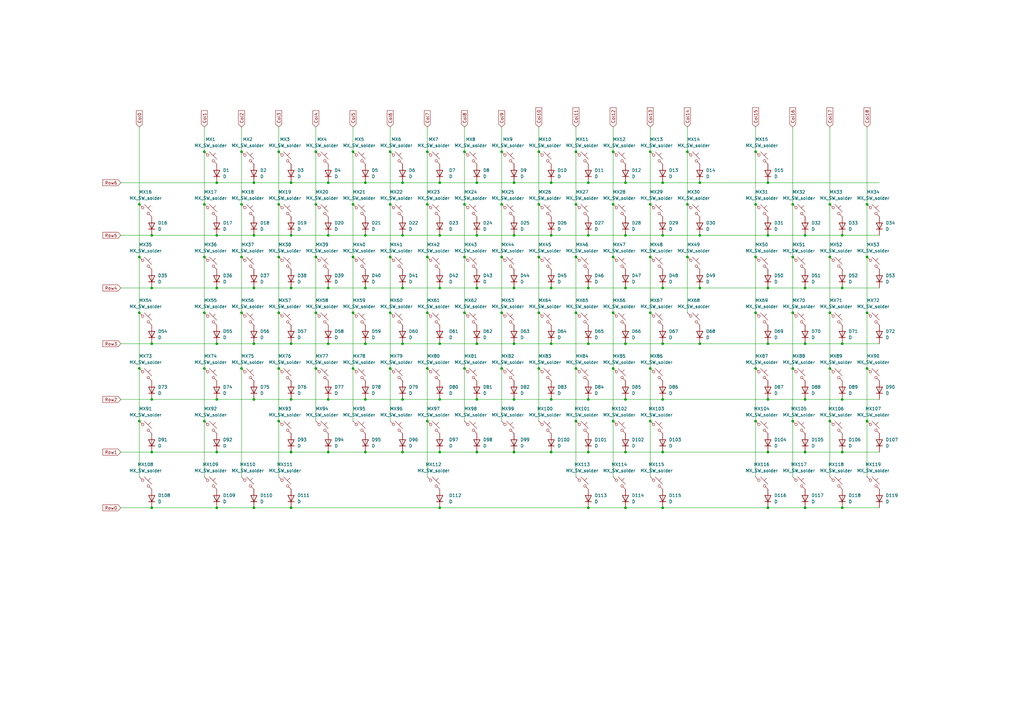
<source format=kicad_sch>
(kicad_sch (version 20231120) (generator "eeschema") (generator_version "8.0")
  (paper "A3")
  (junction (at 309.88 172.72))
  (junction (at 345.44 96.52))
  (junction (at 340.36 172.72))
  (junction (at 88.9 140.97))
  (junction (at 220.98 151.13))
  (junction (at 144.78 105.41))
  (junction (at 160.02 62.23))
  (junction (at 345.44 163.83))
  (junction (at 129.54 151.13))
  (junction (at 220.98 83.82))
  (junction (at 88.9 185.42))
  (junction (at 160.02 105.41))
  (junction (at 88.9 96.52))
  (junction (at 104.14 74.93))
  (junction (at 251.46 83.82))
  (junction (at 220.98 128.27))
  (junction (at 205.74 151.13))
  (junction (at 251.46 62.23))
  (junction (at 62.23 163.83))
  (junction (at 355.6 151.13))
  (junction (at 256.54 163.83))
  (junction (at 236.22 128.27))
  (junction (at 175.26 105.41))
  (junction (at 236.22 172.72))
  (junction (at 309.88 105.41))
  (junction (at 256.54 96.52))
  (junction (at 236.22 151.13))
  (junction (at 271.78 140.97))
  (junction (at 345.44 118.11))
  (junction (at 226.06 163.83))
  (junction (at 149.86 185.42))
  (junction (at 129.54 83.82))
  (junction (at 119.38 74.93))
  (junction (at 314.96 208.28))
  (junction (at 205.74 105.41))
  (junction (at 129.54 128.27))
  (junction (at 83.82 83.82))
  (junction (at 241.3 185.42))
  (junction (at 210.82 118.11))
  (junction (at 256.54 208.28))
  (junction (at 325.12 105.41))
  (junction (at 119.38 140.97))
  (junction (at 57.15 105.41))
  (junction (at 149.86 96.52))
  (junction (at 287.02 140.97))
  (junction (at 325.12 128.27))
  (junction (at 314.96 185.42))
  (junction (at 144.78 128.27))
  (junction (at 266.7 172.72))
  (junction (at 251.46 128.27))
  (junction (at 180.34 118.11))
  (junction (at 287.02 118.11))
  (junction (at 99.06 105.41))
  (junction (at 165.1 118.11))
  (junction (at 180.34 140.97))
  (junction (at 190.5 83.82))
  (junction (at 241.3 140.97))
  (junction (at 114.3 83.82))
  (junction (at 149.86 163.83))
  (junction (at 226.06 185.42))
  (junction (at 345.44 140.97))
  (junction (at 256.54 185.42))
  (junction (at 175.26 128.27))
  (junction (at 83.82 128.27))
  (junction (at 190.5 105.41))
  (junction (at 180.34 185.42))
  (junction (at 180.34 208.28))
  (junction (at 104.14 118.11))
  (junction (at 99.06 151.13))
  (junction (at 195.58 118.11))
  (junction (at 210.82 185.42))
  (junction (at 175.26 172.72))
  (junction (at 83.82 62.23))
  (junction (at 62.23 118.11))
  (junction (at 134.62 140.97))
  (junction (at 210.82 74.93))
  (junction (at 144.78 151.13))
  (junction (at 129.54 62.23))
  (junction (at 281.94 83.82))
  (junction (at 340.36 128.27))
  (junction (at 220.98 105.41))
  (junction (at 325.12 172.72))
  (junction (at 251.46 151.13))
  (junction (at 205.74 62.23))
  (junction (at 134.62 185.42))
  (junction (at 62.23 208.28))
  (junction (at 309.88 151.13))
  (junction (at 165.1 74.93))
  (junction (at 104.14 96.52))
  (junction (at 241.3 118.11))
  (junction (at 114.3 151.13))
  (junction (at 241.3 74.93))
  (junction (at 144.78 62.23))
  (junction (at 314.96 118.11))
  (junction (at 134.62 96.52))
  (junction (at 314.96 74.93))
  (junction (at 104.14 163.83))
  (junction (at 325.12 83.82))
  (junction (at 149.86 118.11))
  (junction (at 99.06 62.23))
  (junction (at 195.58 140.97))
  (junction (at 355.6 83.82))
  (junction (at 119.38 208.28))
  (junction (at 309.88 83.82))
  (junction (at 251.46 105.41))
  (junction (at 129.54 105.41))
  (junction (at 180.34 74.93))
  (junction (at 99.06 83.82))
  (junction (at 287.02 96.52))
  (junction (at 195.58 74.93))
  (junction (at 165.1 96.52))
  (junction (at 314.96 140.97))
  (junction (at 83.82 172.72))
  (junction (at 241.3 96.52))
  (junction (at 104.14 140.97))
  (junction (at 251.46 172.72))
  (junction (at 175.26 83.82))
  (junction (at 330.2 118.11))
  (junction (at 266.7 128.27))
  (junction (at 330.2 96.52))
  (junction (at 160.02 83.82))
  (junction (at 226.06 118.11))
  (junction (at 205.74 128.27))
  (junction (at 340.36 105.41))
  (junction (at 180.34 163.83))
  (junction (at 190.5 151.13))
  (junction (at 165.1 140.97))
  (junction (at 83.82 105.41))
  (junction (at 62.23 96.52))
  (junction (at 195.58 96.52))
  (junction (at 236.22 83.82))
  (junction (at 330.2 163.83))
  (junction (at 144.78 83.82))
  (junction (at 210.82 140.97))
  (junction (at 226.06 96.52))
  (junction (at 190.5 128.27))
  (junction (at 271.78 185.42))
  (junction (at 149.86 140.97))
  (junction (at 281.94 62.23))
  (junction (at 309.88 128.27))
  (junction (at 205.74 83.82))
  (junction (at 88.9 118.11))
  (junction (at 314.96 163.83))
  (junction (at 325.12 151.13))
  (junction (at 180.34 96.52))
  (junction (at 88.9 74.93))
  (junction (at 114.3 172.72))
  (junction (at 195.58 185.42))
  (junction (at 256.54 140.97))
  (junction (at 57.15 172.72))
  (junction (at 256.54 74.93))
  (junction (at 134.62 163.83))
  (junction (at 345.44 208.28))
  (junction (at 330.2 208.28))
  (junction (at 83.82 151.13))
  (junction (at 62.23 185.42))
  (junction (at 57.15 83.82))
  (junction (at 149.86 74.93))
  (junction (at 256.54 118.11))
  (junction (at 271.78 74.93))
  (junction (at 266.7 62.23))
  (junction (at 281.94 105.41))
  (junction (at 104.14 208.28))
  (junction (at 226.06 74.93))
  (junction (at 266.7 105.41))
  (junction (at 340.36 83.82))
  (junction (at 114.3 62.23))
  (junction (at 236.22 62.23))
  (junction (at 119.38 96.52))
  (junction (at 57.15 151.13))
  (junction (at 241.3 163.83))
  (junction (at 210.82 96.52))
  (junction (at 355.6 128.27))
  (junction (at 175.26 151.13))
  (junction (at 271.78 163.83))
  (junction (at 99.06 128.27))
  (junction (at 355.6 172.72))
  (junction (at 195.58 163.83))
  (junction (at 287.02 74.93))
  (junction (at 309.88 62.23))
  (junction (at 271.78 208.28))
  (junction (at 210.82 163.83))
  (junction (at 190.5 62.23))
  (junction (at 165.1 163.83))
  (junction (at 62.23 140.97))
  (junction (at 114.3 128.27))
  (junction (at 345.44 185.42))
  (junction (at 134.62 74.93))
  (junction (at 160.02 128.27))
  (junction (at 330.2 185.42))
  (junction (at 271.78 118.11))
  (junction (at 57.15 128.27))
  (junction (at 175.26 62.23))
  (junction (at 160.02 151.13))
  (junction (at 134.62 118.11))
  (junction (at 226.06 140.97))
  (junction (at 340.36 151.13))
  (junction (at 266.7 151.13))
  (junction (at 114.3 105.41))
  (junction (at 119.38 163.83))
  (junction (at 119.38 118.11))
  (junction (at 266.7 83.82))
  (junction (at 220.98 62.23))
  (junction (at 241.3 208.28))
  (junction (at 119.38 185.42))
  (junction (at 314.96 96.52))
  (junction (at 355.6 105.41))
  (junction (at 271.78 96.52))
  (junction (at 88.9 208.28))
  (junction (at 236.22 105.41))
  (junction (at 88.9 163.83))
  (junction (at 165.1 185.42))
  (junction (at 330.2 140.97))
  (wire (pts (xy 220.98 151.13) (xy 220.98 172.72)))
  (wire (pts (xy 210.82 185.42) (xy 226.06 185.42)))
  (wire (pts (xy 165.1 185.42) (xy 180.34 185.42)))
  (wire (pts (xy 271.78 163.83) (xy 314.96 163.83)))
  (wire (pts (xy 205.74 151.13) (xy 205.74 172.72)))
  (wire (pts (xy 160.02 83.82) (xy 160.02 105.41)))
  (wire (pts (xy 175.26 105.41) (xy 175.26 128.27)))
  (wire (pts (xy 256.54 74.93) (xy 271.78 74.93)))
  (wire (pts (xy 190.5 128.27) (xy 190.5 151.13)))
  (wire (pts (xy 266.7 172.72) (xy 266.7 195.58)))
  (wire (pts (xy 83.82 52.07) (xy 83.82 62.23)))
  (wire (pts (xy 129.54 128.27) (xy 129.54 151.13)))
  (wire (pts (xy 241.3 74.93) (xy 256.54 74.93)))
  (wire (pts (xy 226.06 118.11) (xy 241.3 118.11)))
  (wire (pts (xy 57.15 172.72) (xy 57.15 195.58)))
  (wire (pts (xy 266.7 83.82) (xy 266.7 105.41)))
  (wire (pts (xy 57.15 128.27) (xy 57.15 151.13)))
  (wire (pts (xy 149.86 74.93) (xy 165.1 74.93)))
  (wire (pts (xy 180.34 118.11) (xy 195.58 118.11)))
  (wire (pts (xy 99.06 105.41) (xy 99.06 128.27)))
  (wire (pts (xy 220.98 128.27) (xy 220.98 151.13)))
  (wire (pts (xy 180.34 163.83) (xy 195.58 163.83)))
  (wire (pts (xy 114.3 105.41) (xy 114.3 128.27)))
  (wire (pts (xy 241.3 163.83) (xy 256.54 163.83)))
  (wire (pts (xy 129.54 83.82) (xy 129.54 105.41)))
  (wire (pts (xy 134.62 96.52) (xy 149.86 96.52)))
  (wire (pts (xy 271.78 140.97) (xy 287.02 140.97)))
  (wire (pts (xy 281.94 105.41) (xy 281.94 128.27)))
  (wire (pts (xy 119.38 96.52) (xy 134.62 96.52)))
  (wire (pts (xy 144.78 83.82) (xy 144.78 105.41)))
  (wire (pts (xy 266.7 151.13) (xy 266.7 172.72)))
  (wire (pts (xy 345.44 208.28) (xy 360.68 208.28)))
  (wire (pts (xy 49.53 185.42) (xy 62.23 185.42)))
  (wire (pts (xy 210.82 96.52) (xy 226.06 96.52)))
  (wire (pts (xy 271.78 118.11) (xy 287.02 118.11)))
  (wire (pts (xy 195.58 96.52) (xy 210.82 96.52)))
  (wire (pts (xy 330.2 96.52) (xy 345.44 96.52)))
  (wire (pts (xy 62.23 96.52) (xy 88.9 96.52)))
  (wire (pts (xy 340.36 83.82) (xy 340.36 105.41)))
  (wire (pts (xy 149.86 140.97) (xy 165.1 140.97)))
  (wire (pts (xy 314.96 96.52) (xy 330.2 96.52)))
  (wire (pts (xy 210.82 163.83) (xy 226.06 163.83)))
  (wire (pts (xy 62.23 140.97) (xy 88.9 140.97)))
  (wire (pts (xy 104.14 163.83) (xy 119.38 163.83)))
  (wire (pts (xy 149.86 96.52) (xy 165.1 96.52)))
  (wire (pts (xy 175.26 128.27) (xy 175.26 151.13)))
  (wire (pts (xy 119.38 118.11) (xy 134.62 118.11)))
  (wire (pts (xy 114.3 128.27) (xy 114.3 151.13)))
  (wire (pts (xy 119.38 140.97) (xy 134.62 140.97)))
  (wire (pts (xy 144.78 151.13) (xy 144.78 172.72)))
  (wire (pts (xy 57.15 151.13) (xy 57.15 172.72)))
  (wire (pts (xy 309.88 128.27) (xy 309.88 151.13)))
  (wire (pts (xy 355.6 83.82) (xy 355.6 105.41)))
  (wire (pts (xy 190.5 52.07) (xy 190.5 62.23)))
  (wire (pts (xy 355.6 151.13) (xy 355.6 172.72)))
  (wire (pts (xy 49.53 118.11) (xy 62.23 118.11)))
  (wire (pts (xy 180.34 185.42) (xy 195.58 185.42)))
  (wire (pts (xy 241.3 118.11) (xy 256.54 118.11)))
  (wire (pts (xy 149.86 118.11) (xy 165.1 118.11)))
  (wire (pts (xy 99.06 128.27) (xy 99.06 151.13)))
  (wire (pts (xy 251.46 151.13) (xy 251.46 172.72)))
  (wire (pts (xy 129.54 62.23) (xy 129.54 83.82)))
  (wire (pts (xy 180.34 74.93) (xy 195.58 74.93)))
  (wire (pts (xy 195.58 140.97) (xy 210.82 140.97)))
  (wire (pts (xy 180.34 208.28) (xy 241.3 208.28)))
  (wire (pts (xy 180.34 96.52) (xy 195.58 96.52)))
  (wire (pts (xy 271.78 96.52) (xy 287.02 96.52)))
  (wire (pts (xy 210.82 140.97) (xy 226.06 140.97)))
  (wire (pts (xy 226.06 140.97) (xy 241.3 140.97)))
  (wire (pts (xy 104.14 208.28) (xy 119.38 208.28)))
  (wire (pts (xy 175.26 62.23) (xy 175.26 83.82)))
  (wire (pts (xy 144.78 105.41) (xy 144.78 128.27)))
  (wire (pts (xy 330.2 163.83) (xy 345.44 163.83)))
  (wire (pts (xy 57.15 83.82) (xy 57.15 105.41)))
  (wire (pts (xy 330.2 208.28) (xy 345.44 208.28)))
  (wire (pts (xy 210.82 118.11) (xy 226.06 118.11)))
  (wire (pts (xy 99.06 151.13) (xy 99.06 195.58)))
  (wire (pts (xy 205.74 62.23) (xy 205.74 83.82)))
  (wire (pts (xy 88.9 118.11) (xy 104.14 118.11)))
  (wire (pts (xy 62.23 208.28) (xy 88.9 208.28)))
  (wire (pts (xy 226.06 163.83) (xy 241.3 163.83)))
  (wire (pts (xy 251.46 52.07) (xy 251.46 62.23)))
  (wire (pts (xy 88.9 74.93) (xy 104.14 74.93)))
  (wire (pts (xy 256.54 140.97) (xy 271.78 140.97)))
  (wire (pts (xy 314.96 163.83) (xy 330.2 163.83)))
  (wire (pts (xy 114.3 52.07) (xy 114.3 62.23)))
  (wire (pts (xy 62.23 185.42) (xy 88.9 185.42)))
  (wire (pts (xy 160.02 151.13) (xy 160.02 172.72)))
  (wire (pts (xy 251.46 128.27) (xy 251.46 151.13)))
  (wire (pts (xy 83.82 105.41) (xy 83.82 128.27)))
  (wire (pts (xy 236.22 128.27) (xy 236.22 151.13)))
  (wire (pts (xy 287.02 74.93) (xy 314.96 74.93)))
  (wire (pts (xy 355.6 105.41) (xy 355.6 128.27)))
  (wire (pts (xy 281.94 83.82) (xy 281.94 105.41)))
  (wire (pts (xy 129.54 151.13) (xy 129.54 172.72)))
  (wire (pts (xy 266.7 62.23) (xy 266.7 83.82)))
  (wire (pts (xy 134.62 74.93) (xy 149.86 74.93)))
  (wire (pts (xy 241.3 208.28) (xy 256.54 208.28)))
  (wire (pts (xy 190.5 62.23) (xy 190.5 83.82)))
  (wire (pts (xy 149.86 163.83) (xy 165.1 163.83)))
  (wire (pts (xy 325.12 83.82) (xy 325.12 105.41)))
  (wire (pts (xy 309.88 172.72) (xy 309.88 195.58)))
  (wire (pts (xy 134.62 185.42) (xy 149.86 185.42)))
  (wire (pts (xy 83.82 151.13) (xy 83.82 172.72)))
  (wire (pts (xy 190.5 105.41) (xy 190.5 128.27)))
  (wire (pts (xy 309.88 52.07) (xy 309.88 62.23)))
  (wire (pts (xy 49.53 208.28) (xy 62.23 208.28)))
  (wire (pts (xy 57.15 52.07) (xy 57.15 83.82)))
  (wire (pts (xy 271.78 74.93) (xy 287.02 74.93)))
  (wire (pts (xy 345.44 163.83) (xy 360.68 163.83)))
  (wire (pts (xy 325.12 128.27) (xy 325.12 151.13)))
  (wire (pts (xy 266.7 52.07) (xy 266.7 62.23)))
  (wire (pts (xy 160.02 105.41) (xy 160.02 128.27)))
  (wire (pts (xy 226.06 185.42) (xy 241.3 185.42)))
  (wire (pts (xy 119.38 163.83) (xy 134.62 163.83)))
  (wire (pts (xy 314.96 140.97) (xy 330.2 140.97)))
  (wire (pts (xy 165.1 163.83) (xy 180.34 163.83)))
  (wire (pts (xy 256.54 163.83) (xy 271.78 163.83)))
  (wire (pts (xy 88.9 96.52) (xy 104.14 96.52)))
  (wire (pts (xy 220.98 105.41) (xy 220.98 128.27)))
  (wire (pts (xy 144.78 128.27) (xy 144.78 151.13)))
  (wire (pts (xy 104.14 74.93) (xy 119.38 74.93)))
  (wire (pts (xy 355.6 172.72) (xy 355.6 195.58)))
  (wire (pts (xy 83.82 62.23) (xy 83.82 83.82)))
  (wire (pts (xy 340.36 172.72) (xy 340.36 195.58)))
  (wire (pts (xy 236.22 62.23) (xy 236.22 83.82)))
  (wire (pts (xy 149.86 185.42) (xy 165.1 185.42)))
  (wire (pts (xy 114.3 172.72) (xy 114.3 195.58)))
  (wire (pts (xy 256.54 185.42) (xy 271.78 185.42)))
  (wire (pts (xy 160.02 128.27) (xy 160.02 151.13)))
  (wire (pts (xy 271.78 208.28) (xy 314.96 208.28)))
  (wire (pts (xy 236.22 105.41) (xy 236.22 128.27)))
  (wire (pts (xy 175.26 172.72) (xy 175.26 195.58)))
  (wire (pts (xy 160.02 62.23) (xy 160.02 83.82)))
  (wire (pts (xy 99.06 52.07) (xy 99.06 62.23)))
  (wire (pts (xy 281.94 52.07) (xy 281.94 62.23)))
  (wire (pts (xy 325.12 52.07) (xy 325.12 83.82)))
  (wire (pts (xy 165.1 118.11) (xy 180.34 118.11)))
  (wire (pts (xy 251.46 172.72) (xy 251.46 195.58)))
  (wire (pts (xy 241.3 185.42) (xy 256.54 185.42)))
  (wire (pts (xy 236.22 151.13) (xy 236.22 172.72)))
  (wire (pts (xy 144.78 52.07) (xy 144.78 62.23)))
  (wire (pts (xy 62.23 163.83) (xy 88.9 163.83)))
  (wire (pts (xy 104.14 140.97) (xy 119.38 140.97)))
  (wire (pts (xy 195.58 185.42) (xy 210.82 185.42)))
  (wire (pts (xy 220.98 52.07) (xy 220.98 62.23)))
  (wire (pts (xy 266.7 105.41) (xy 266.7 128.27)))
  (wire (pts (xy 226.06 96.52) (xy 241.3 96.52)))
  (wire (pts (xy 144.78 62.23) (xy 144.78 83.82)))
  (wire (pts (xy 266.7 128.27) (xy 266.7 151.13)))
  (wire (pts (xy 88.9 163.83) (xy 104.14 163.83)))
  (wire (pts (xy 241.3 140.97) (xy 256.54 140.97)))
  (wire (pts (xy 83.82 172.72) (xy 83.82 195.58)))
  (wire (pts (xy 119.38 208.28) (xy 180.34 208.28)))
  (wire (pts (xy 175.26 52.07) (xy 175.26 62.23)))
  (wire (pts (xy 195.58 163.83) (xy 210.82 163.83)))
  (wire (pts (xy 314.96 185.42) (xy 330.2 185.42)))
  (wire (pts (xy 309.88 105.41) (xy 309.88 128.27)))
  (wire (pts (xy 309.88 83.82) (xy 309.88 105.41)))
  (wire (pts (xy 190.5 151.13) (xy 190.5 172.72)))
  (wire (pts (xy 226.06 74.93) (xy 241.3 74.93)))
  (wire (pts (xy 83.82 128.27) (xy 83.82 151.13)))
  (wire (pts (xy 325.12 151.13) (xy 325.12 172.72)))
  (wire (pts (xy 281.94 62.23) (xy 281.94 83.82)))
  (wire (pts (xy 345.44 96.52) (xy 360.68 96.52)))
  (wire (pts (xy 309.88 151.13) (xy 309.88 172.72)))
  (wire (pts (xy 241.3 96.52) (xy 256.54 96.52)))
  (wire (pts (xy 205.74 105.41) (xy 205.74 128.27)))
  (wire (pts (xy 251.46 105.41) (xy 251.46 128.27)))
  (wire (pts (xy 314.96 118.11) (xy 330.2 118.11)))
  (wire (pts (xy 104.14 118.11) (xy 119.38 118.11)))
  (wire (pts (xy 49.53 140.97) (xy 62.23 140.97)))
  (wire (pts (xy 57.15 105.41) (xy 57.15 128.27)))
  (wire (pts (xy 345.44 185.42) (xy 360.68 185.42)))
  (wire (pts (xy 88.9 140.97) (xy 104.14 140.97)))
  (wire (pts (xy 236.22 52.07) (xy 236.22 62.23)))
  (wire (pts (xy 134.62 163.83) (xy 149.86 163.83)))
  (wire (pts (xy 325.12 172.72) (xy 325.12 195.58)))
  (wire (pts (xy 287.02 140.97) (xy 314.96 140.97)))
  (wire (pts (xy 340.36 52.07) (xy 340.36 83.82)))
  (wire (pts (xy 190.5 83.82) (xy 190.5 105.41)))
  (wire (pts (xy 99.06 83.82) (xy 99.06 105.41)))
  (wire (pts (xy 210.82 74.93) (xy 226.06 74.93)))
  (wire (pts (xy 309.88 62.23) (xy 309.88 83.82)))
  (wire (pts (xy 256.54 96.52) (xy 271.78 96.52)))
  (wire (pts (xy 314.96 208.28) (xy 330.2 208.28)))
  (wire (pts (xy 236.22 83.82) (xy 236.22 105.41)))
  (wire (pts (xy 330.2 118.11) (xy 345.44 118.11)))
  (wire (pts (xy 236.22 172.72) (xy 236.22 195.58)))
  (wire (pts (xy 175.26 151.13) (xy 175.26 172.72)))
  (wire (pts (xy 104.14 96.52) (xy 119.38 96.52)))
  (wire (pts (xy 355.6 128.27) (xy 355.6 151.13)))
  (wire (pts (xy 160.02 52.07) (xy 160.02 62.23)))
  (wire (pts (xy 205.74 128.27) (xy 205.74 151.13)))
  (wire (pts (xy 220.98 62.23) (xy 220.98 83.82)))
  (wire (pts (xy 88.9 208.28) (xy 104.14 208.28)))
  (wire (pts (xy 256.54 118.11) (xy 271.78 118.11)))
  (wire (pts (xy 271.78 185.42) (xy 314.96 185.42)))
  (wire (pts (xy 330.2 185.42) (xy 345.44 185.42)))
  (wire (pts (xy 256.54 208.28) (xy 271.78 208.28)))
  (wire (pts (xy 251.46 62.23) (xy 251.46 83.82)))
  (wire (pts (xy 99.06 62.23) (xy 99.06 83.82)))
  (wire (pts (xy 62.23 118.11) (xy 88.9 118.11)))
  (wire (pts (xy 345.44 140.97) (xy 360.68 140.97)))
  (wire (pts (xy 205.74 83.82) (xy 205.74 105.41)))
  (wire (pts (xy 134.62 140.97) (xy 149.86 140.97)))
  (wire (pts (xy 340.36 151.13) (xy 340.36 172.72)))
  (wire (pts (xy 340.36 128.27) (xy 340.36 151.13)))
  (wire (pts (xy 287.02 96.52) (xy 314.96 96.52)))
  (wire (pts (xy 180.34 140.97) (xy 195.58 140.97)))
  (wire (pts (xy 119.38 185.42) (xy 134.62 185.42)))
  (wire (pts (xy 195.58 74.93) (xy 210.82 74.93)))
  (wire (pts (xy 314.96 74.93) (xy 360.68 74.93)))
  (wire (pts (xy 325.12 105.41) (xy 325.12 128.27)))
  (wire (pts (xy 345.44 118.11) (xy 360.68 118.11)))
  (wire (pts (xy 134.62 118.11) (xy 149.86 118.11)))
  (wire (pts (xy 330.2 140.97) (xy 345.44 140.97)))
  (wire (pts (xy 49.53 74.93) (xy 88.9 74.93)))
  (wire (pts (xy 251.46 83.82) (xy 251.46 105.41)))
  (wire (pts (xy 220.98 83.82) (xy 220.98 105.41)))
  (wire (pts (xy 129.54 52.07) (xy 129.54 62.23)))
  (wire (pts (xy 49.53 163.83) (xy 62.23 163.83)))
  (wire (pts (xy 165.1 140.97) (xy 180.34 140.97)))
  (wire (pts (xy 83.82 83.82) (xy 83.82 105.41)))
  (wire (pts (xy 129.54 105.41) (xy 129.54 128.27)))
  (wire (pts (xy 114.3 83.82) (xy 114.3 105.41)))
  (wire (pts (xy 88.9 185.42) (xy 119.38 185.42)))
  (wire (pts (xy 49.53 96.52) (xy 62.23 96.52)))
  (wire (pts (xy 287.02 118.11) (xy 314.96 118.11)))
  (wire (pts (xy 119.38 74.93) (xy 134.62 74.93)))
  (wire (pts (xy 175.26 83.82) (xy 175.26 105.41)))
  (wire (pts (xy 114.3 62.23) (xy 114.3 83.82)))
  (wire (pts (xy 165.1 74.93) (xy 180.34 74.93)))
  (wire (pts (xy 195.58 118.11) (xy 210.82 118.11)))
  (wire (pts (xy 205.74 52.07) (xy 205.74 62.23)))
  (wire (pts (xy 355.6 52.07) (xy 355.6 83.82)))
  (wire (pts (xy 165.1 96.52) (xy 180.34 96.52)))
  (wire (pts (xy 114.3 151.13) (xy 114.3 172.72)))
  (wire (pts (xy 340.36 105.41) (xy 340.36 128.27)))
  (global_label "Col18" (shape input) (at 355.6 52.07 90) (property "Intersheetrefs" "${INTERSHEET_REFS}" (effects (hide yes))))
  (global_label "Col8" (shape input) (at 190.5 52.07 90) (property "Intersheetrefs" "${INTERSHEET_REFS}" (effects (hide yes))))
  (global_label "Row2" (shape input) (at 49.53 163.83 180) (property "Intersheetrefs" "${INTERSHEET_REFS}" (effects (hide yes))))
  (global_label "Col16" (shape input) (at 325.12 52.07 90) (property "Intersheetrefs" "${INTERSHEET_REFS}" (effects (hide yes))))
  (global_label "Col17" (shape input) (at 340.36 52.07 90) (property "Intersheetrefs" "${INTERSHEET_REFS}" (effects (hide yes))))
  (global_label "Col11" (shape input) (at 236.22 52.07 90) (property "Intersheetrefs" "${INTERSHEET_REFS}" (effects (hide yes))))
  (global_label "Col1" (shape input) (at 83.82 52.07 90) (property "Intersheetrefs" "${INTERSHEET_REFS}" (effects (hide yes))))
  (global_label "Row5" (shape input) (at 49.53 96.52 180) (property "Intersheetrefs" "${INTERSHEET_REFS}" (effects (hide yes))))
  (global_label "Row0" (shape input) (at 49.53 208.28 180) (property "Intersheetrefs" "${INTERSHEET_REFS}" (effects (hide yes))))
  (global_label "Col13" (shape input) (at 266.7 52.07 90) (property "Intersheetrefs" "${INTERSHEET_REFS}" (effects (hide yes))))
  (global_label "Col2" (shape input) (at 99.06 52.07 90) (property "Intersheetrefs" "${INTERSHEET_REFS}" (effects (hide yes))))
  (global_label "Row4" (shape input) (at 49.53 118.11 180) (property "Intersheetrefs" "${INTERSHEET_REFS}" (effects (hide yes))))
  (global_label "Col9" (shape input) (at 205.74 52.07 90) (property "Intersheetrefs" "${INTERSHEET_REFS}" (effects (hide yes))))
  (global_label "Col3" (shape input) (at 114.3 52.07 90) (property "Intersheetrefs" "${INTERSHEET_REFS}" (effects (hide yes))))
  (global_label "Row6" (shape input) (at 49.53 74.93 180) (property "Intersheetrefs" "${INTERSHEET_REFS}" (effects (hide yes))))
  (global_label "Col7" (shape input) (at 175.26 52.07 90) (property "Intersheetrefs" "${INTERSHEET_REFS}" (effects (hide yes))))
  (global_label "Col0" (shape input) (at 57.15 52.07 90) (property "Intersheetrefs" "${INTERSHEET_REFS}" (effects (hide yes))))
  (global_label "Col5" (shape input) (at 144.78 52.07 90) (property "Intersheetrefs" "${INTERSHEET_REFS}" (effects (hide yes))))
  (global_label "Row3" (shape input) (at 49.53 140.97 180) (property "Intersheetrefs" "${INTERSHEET_REFS}" (effects (hide yes))))
  (global_label "Col4" (shape input) (at 129.54 52.07 90) (property "Intersheetrefs" "${INTERSHEET_REFS}" (effects (hide yes))))
  (global_label "Col6" (shape input) (at 160.02 52.07 90) (property "Intersheetrefs" "${INTERSHEET_REFS}" (effects (hide yes))))
  (global_label "Col15" (shape input) (at 309.88 52.07 90) (property "Intersheetrefs" "${INTERSHEET_REFS}" (effects (hide yes))))
  (global_label "Col12" (shape input) (at 251.46 52.07 90) (property "Intersheetrefs" "${INTERSHEET_REFS}" (effects (hide yes))))
  (global_label "Row1" (shape input) (at 49.53 185.42 180) (property "Intersheetrefs" "${INTERSHEET_REFS}" (effects (hide yes))))
  (global_label "Col14" (shape input) (at 281.94 52.07 90) (property "Intersheetrefs" "${INTERSHEET_REFS}" (effects (hide yes))))
  (global_label "Col10" (shape input) (at 220.98 52.07 90) (property "Intersheetrefs" "${INTERSHEET_REFS}" (effects (hide yes))))
  (symbol (lib_id "Device:D") (at 256.54 92.71 90) (unit 1)
    (property "Reference" "D28" (at 259.08 91.4399 90) (effects (justify right)))
    (property "Value" "D" (at 259.08 93.9799 90) (effects (justify right)))
    (property "Footprint" "Diode_SMD:D_SOD-123" (effects (hide yes)))
    (property "Description" "Diode" (effects (hide yes)))
    (property "Sim.Device" "D" (effects (hide yes)))
    (property "Sim.Pins" "1=K 2=A" (effects (hide yes)))
  )
  (symbol (lib_id "Device:D") (at 134.62 160.02 90) (unit 1)
    (property "Reference" "D77" (at 137.16 158.7499 90) (effects (justify right)))
    (property "Value" "D" (at 137.16 161.2899 90) (effects (justify right)))
    (property "Footprint" "Diode_SMD:D_SOD-123" (effects (hide yes)))
    (property "Description" "Diode" (effects (hide yes)))
    (property "Sim.Device" "D" (effects (hide yes)))
    (property "Sim.Pins" "1=K 2=A" (effects (hide yes)))
  )
  (symbol (lib_id "Device:D") (at 104.14 160.02 90) (unit 1)
    (property "Reference" "D75" (at 106.68 158.7499 90) (effects (justify right)))
    (property "Value" "D" (at 106.68 161.2899 90) (effects (justify right)))
    (property "Footprint" "Diode_SMD:D_SOD-123" (effects (hide yes)))
    (property "Description" "Diode" (effects (hide yes)))
    (property "Sim.Device" "D" (effects (hide yes)))
    (property "Sim.Pins" "1=K 2=A" (effects (hide yes)))
  )
  (symbol (lib_id "Device:D") (at 62.23 181.61 90) (unit 1)
    (property "Reference" "D91" (at 64.77 180.3399 90) (effects (justify right)))
    (property "Value" "D" (at 64.77 182.8799 90) (effects (justify right)))
    (property "Footprint" "Diode_SMD:D_SOD-123" (effects (hide yes)))
    (property "Description" "Diode" (effects (hide yes)))
    (property "Sim.Device" "D" (effects (hide yes)))
    (property "Sim.Pins" "1=K 2=A" (effects (hide yes)))
  )
  (symbol (lib_id "PCM_marbastlib-mx:MX_SW_solder") (at 269.24 86.36 0) (unit 1)
    (property "Reference" "MX29" (at 269.24 78.74 0))
    (property "Value" "MX_SW_solder" (at 269.24 81.28 0))
    (property "Footprint" "PCM_marbastlib-mx:SW_MX_1u" (effects (hide yes)))
    (property "Description" "Push button switch, normally open, two pins, 45° tilted" (effects (hide yes)))
  )
  (symbol (lib_id "PCM_marbastlib-mx:MX_SW_solder") (at 342.9 175.26 0) (unit 1)
    (property "Reference" "MX106" (at 342.9 167.64 0))
    (property "Value" "MX_SW_solder" (at 342.9 170.18 0))
    (property "Footprint" "PCM_marbastlib-mx:SW_MX_1u" (effects (hide yes)))
    (property "Description" "Push button switch, normally open, two pins, 45° tilted" (effects (hide yes)))
  )
  (symbol (lib_id "Device:D") (at 195.58 137.16 90) (unit 1)
    (property "Reference" "D62" (at 198.12 135.8899 90) (effects (justify right)))
    (property "Value" "D" (at 198.12 138.4299 90) (effects (justify right)))
    (property "Footprint" "Diode_SMD:D_SOD-123" (effects (hide yes)))
    (property "Description" "Diode" (effects (hide yes)))
    (property "Sim.Device" "D" (effects (hide yes)))
    (property "Sim.Pins" "1=K 2=A" (effects (hide yes)))
  )
  (symbol (lib_id "PCM_marbastlib-mx:MX_SW_solder") (at 358.14 130.81 0) (unit 1)
    (property "Reference" "MX72" (at 358.14 123.19 0))
    (property "Value" "MX_SW_solder" (at 358.14 125.73 0))
    (property "Footprint" "PCM_marbastlib-mx:SW_MX_1u" (effects (hide yes)))
    (property "Description" "Push button switch, normally open, two pins, 45° tilted" (effects (hide yes)))
  )
  (symbol (lib_id "Device:D") (at 165.1 137.16 90) (unit 1)
    (property "Reference" "D60" (at 167.64 135.8899 90) (effects (justify right)))
    (property "Value" "D" (at 167.64 138.4299 90) (effects (justify right)))
    (property "Footprint" "Diode_SMD:D_SOD-123" (effects (hide yes)))
    (property "Description" "Diode" (effects (hide yes)))
    (property "Sim.Device" "D" (effects (hide yes)))
    (property "Sim.Pins" "1=K 2=A" (effects (hide yes)))
  )
  (symbol (lib_id "PCM_marbastlib-mx:MX_SW_solder") (at 358.14 107.95 0) (unit 1)
    (property "Reference" "MX53" (at 358.14 100.33 0))
    (property "Value" "MX_SW_solder" (at 358.14 102.87 0))
    (property "Footprint" "PCM_marbastlib-mx:SW_MX_1u" (effects (hide yes)))
    (property "Description" "Push button switch, normally open, two pins, 45° tilted" (effects (hide yes)))
  )
  (symbol (lib_id "Device:D") (at 119.38 181.61 90) (unit 1)
    (property "Reference" "D93" (at 121.92 180.3399 90) (effects (justify right)))
    (property "Value" "D" (at 121.92 182.8799 90) (effects (justify right)))
    (property "Footprint" "Diode_SMD:D_SOD-123" (effects (hide yes)))
    (property "Description" "Diode" (effects (hide yes)))
    (property "Sim.Device" "D" (effects (hide yes)))
    (property "Sim.Pins" "1=K 2=A" (effects (hide yes)))
  )
  (symbol (lib_id "Device:D") (at 226.06 160.02 90) (unit 1)
    (property "Reference" "D83" (at 228.6 158.7499 90) (effects (justify right)))
    (property "Value" "D" (at 228.6 161.2899 90) (effects (justify right)))
    (property "Footprint" "Diode_SMD:D_SOD-123" (effects (hide yes)))
    (property "Description" "Diode" (effects (hide yes)))
    (property "Sim.Device" "D" (effects (hide yes)))
    (property "Sim.Pins" "1=K 2=A" (effects (hide yes)))
  )
  (symbol (lib_id "PCM_marbastlib-mx:MX_SW_solder") (at 208.28 64.77 0) (unit 1)
    (property "Reference" "MX9" (at 208.28 57.15 0))
    (property "Value" "MX_SW_solder" (at 208.28 59.69 0))
    (property "Footprint" "PCM_marbastlib-mx:SW_MX_1u" (effects (hide yes)))
    (property "Description" "Push button switch, normally open, two pins, 45° tilted" (effects (hide yes)))
  )
  (symbol (lib_id "Device:D") (at 62.23 114.3 90) (unit 1)
    (property "Reference" "D35" (at 64.77 113.0299 90) (effects (justify right)))
    (property "Value" "D" (at 64.77 115.5699 90) (effects (justify right)))
    (property "Footprint" "Diode_SMD:D_SOD-123" (effects (hide yes)))
    (property "Description" "Diode" (effects (hide yes)))
    (property "Sim.Device" "D" (effects (hide yes)))
    (property "Sim.Pins" "1=K 2=A" (effects (hide yes)))
  )
  (symbol (lib_id "PCM_marbastlib-mx:MX_SW_solder") (at 269.24 130.81 0) (unit 1)
    (property "Reference" "MX67" (at 269.24 123.19 0))
    (property "Value" "MX_SW_solder" (at 269.24 125.73 0))
    (property "Footprint" "PCM_marbastlib-mx:SW_MX_1u" (effects (hide yes)))
    (property "Description" "Push button switch, normally open, two pins, 45° tilted" (effects (hide yes)))
  )
  (symbol (lib_id "PCM_marbastlib-mx:MX_SW_solder") (at 101.6 107.95 0) (unit 1)
    (property "Reference" "MX37" (at 101.6 100.33 0))
    (property "Value" "MX_SW_solder" (at 101.6 102.87 0))
    (property "Footprint" "PCM_marbastlib-mx:SW_MX_1u" (effects (hide yes)))
    (property "Description" "Push button switch, normally open, two pins, 45° tilted" (effects (hide yes)))
  )
  (symbol (lib_id "PCM_marbastlib-mx:MX_SW_solder") (at 177.8 86.36 0) (unit 1)
    (property "Reference" "MX23" (at 177.8 78.74 0))
    (property "Value" "MX_SW_solder" (at 177.8 81.28 0))
    (property "Footprint" "PCM_marbastlib-mx:SW_MX_1u" (effects (hide yes)))
    (property "Description" "Push button switch, normally open, two pins, 45° tilted" (effects (hide yes)))
  )
  (symbol (lib_id "PCM_marbastlib-mx:MX_SW_solder") (at 59.69 107.95 0) (unit 1)
    (property "Reference" "MX35" (at 59.69 100.33 0))
    (property "Value" "MX_SW_solder" (at 59.69 102.87 0))
    (property "Footprint" "PCM_marbastlib-mx:SW_MX_1u" (effects (hide yes)))
    (property "Description" "Push button switch, normally open, two pins, 45° tilted" (effects (hide yes)))
  )
  (symbol (lib_id "PCM_marbastlib-mx:MX_SW_solder") (at 238.76 64.77 0) (unit 1)
    (property "Reference" "MX11" (at 238.76 57.15 0))
    (property "Value" "MX_SW_solder" (at 238.76 59.69 0))
    (property "Footprint" "PCM_marbastlib-mx:SW_MX_1u" (effects (hide yes)))
    (property "Description" "Push button switch, normally open, two pins, 45° tilted" (effects (hide yes)))
  )
  (symbol (lib_id "Device:D") (at 88.9 114.3 90) (unit 1)
    (property "Reference" "D36" (at 91.44 113.0299 90) (effects (justify right)))
    (property "Value" "D" (at 91.44 115.5699 90) (effects (justify right)))
    (property "Footprint" "Diode_SMD:D_SOD-123" (effects (hide yes)))
    (property "Description" "Diode" (effects (hide yes)))
    (property "Sim.Device" "D" (effects (hide yes)))
    (property "Sim.Pins" "1=K 2=A" (effects (hide yes)))
  )
  (symbol (lib_id "PCM_marbastlib-mx:MX_SW_solder") (at 162.56 107.95 0) (unit 1)
    (property "Reference" "MX41" (at 162.56 100.33 0))
    (property "Value" "MX_SW_solder" (at 162.56 102.87 0))
    (property "Footprint" "PCM_marbastlib-mx:SW_MX_1u" (effects (hide yes)))
    (property "Description" "Push button switch, normally open, two pins, 45° tilted" (effects (hide yes)))
  )
  (symbol (lib_id "PCM_marbastlib-mx:MX_SW_solder") (at 59.69 198.12 0) (unit 1)
    (property "Reference" "MX108" (at 59.69 190.5 0))
    (property "Value" "MX_SW_solder" (at 59.69 193.04 0))
    (property "Footprint" "PCM_marbastlib-mx:SW_MX_1u" (effects (hide yes)))
    (property "Description" "Push button switch, normally open, two pins, 45° tilted" (effects (hide yes)))
  )
  (symbol (lib_id "Device:D") (at 271.78 71.12 90) (unit 1)
    (property "Reference" "D13" (at 274.32 69.8499 90) (effects (justify right)))
    (property "Value" "D" (at 274.32 72.3899 90) (effects (justify right)))
    (property "Footprint" "Diode_SMD:D_SOD-123" (effects (hide yes)))
    (property "Description" "Diode" (effects (hide yes)))
    (property "Sim.Device" "D" (effects (hide yes)))
    (property "Sim.Pins" "1=K 2=A" (effects (hide yes)))
  )
  (symbol (lib_id "PCM_marbastlib-mx:MX_SW_solder") (at 162.56 86.36 0) (unit 1)
    (property "Reference" "MX22" (at 162.56 78.74 0))
    (property "Value" "MX_SW_solder" (at 162.56 81.28 0))
    (property "Footprint" "PCM_marbastlib-mx:SW_MX_1u" (effects (hide yes)))
    (property "Description" "Push button switch, normally open, two pins, 45° tilted" (effects (hide yes)))
  )
  (symbol (lib_id "Device:D") (at 271.78 181.61 90) (unit 1)
    (property "Reference" "D103" (at 274.32 180.3399 90) (effects (justify right)))
    (property "Value" "D" (at 274.32 182.8799 90) (effects (justify right)))
    (property "Footprint" "Diode_SMD:D_SOD-123" (effects (hide yes)))
    (property "Description" "Diode" (effects (hide yes)))
    (property "Sim.Device" "D" (effects (hide yes)))
    (property "Sim.Pins" "1=K 2=A" (effects (hide yes)))
  )
  (symbol (lib_id "PCM_marbastlib-mx:MX_SW_solder") (at 238.76 198.12 0) (unit 1)
    (property "Reference" "MX113" (at 238.76 190.5 0))
    (property "Value" "MX_SW_solder" (at 238.76 193.04 0))
    (property "Footprint" "PCM_marbastlib-mx:SW_MX_1u" (effects (hide yes)))
    (property "Description" "Push button switch, normally open, two pins, 45° tilted" (effects (hide yes)))
  )
  (symbol (lib_id "Device:D") (at 104.14 71.12 90) (unit 1)
    (property "Reference" "D2" (at 106.68 69.8499 90) (effects (justify right)))
    (property "Value" "D" (at 106.68 72.3899 90) (effects (justify right)))
    (property "Footprint" "Diode_SMD:D_SOD-123" (effects (hide yes)))
    (property "Description" "Diode" (effects (hide yes)))
    (property "Sim.Device" "D" (effects (hide yes)))
    (property "Sim.Pins" "1=K 2=A" (effects (hide yes)))
  )
  (symbol (lib_id "Device:D") (at 256.54 181.61 90) (unit 1)
    (property "Reference" "D102" (at 259.08 180.3399 90) (effects (justify right)))
    (property "Value" "D" (at 259.08 182.8799 90) (effects (justify right)))
    (property "Footprint" "Diode_SMD:D_SOD-123" (effects (hide yes)))
    (property "Description" "Diode" (effects (hide yes)))
    (property "Sim.Device" "D" (effects (hide yes)))
    (property "Sim.Pins" "1=K 2=A" (effects (hide yes)))
  )
  (symbol (lib_id "PCM_marbastlib-mx:MX_SW_solder") (at 358.14 175.26 0) (unit 1)
    (property "Reference" "MX107" (at 358.14 167.64 0))
    (property "Value" "MX_SW_solder" (at 358.14 170.18 0))
    (property "Footprint" "PCM_marbastlib-mx:SW_MX_1u" (effects (hide yes)))
    (property "Description" "Push button switch, normally open, two pins, 45° tilted" (effects (hide yes)))
  )
  (symbol (lib_id "PCM_marbastlib-mx:MX_SW_solder") (at 177.8 107.95 0) (unit 1)
    (property "Reference" "MX42" (at 177.8 100.33 0))
    (property "Value" "MX_SW_solder" (at 177.8 102.87 0))
    (property "Footprint" "PCM_marbastlib-mx:SW_MX_1u" (effects (hide yes)))
    (property "Description" "Push button switch, normally open, two pins, 45° tilted" (effects (hide yes)))
  )
  (symbol (lib_id "PCM_marbastlib-mx:MX_SW_solder") (at 327.66 86.36 0) (unit 1)
    (property "Reference" "MX32" (at 327.66 78.74 0))
    (property "Value" "MX_SW_solder" (at 327.66 81.28 0))
    (property "Footprint" "PCM_marbastlib-mx:SW_MX_1u" (effects (hide yes)))
    (property "Description" "Push button switch, normally open, two pins, 45° tilted" (effects (hide yes)))
  )
  (symbol (lib_id "PCM_marbastlib-mx:MX_SW_solder") (at 342.9 130.81 0) (unit 1)
    (property "Reference" "MX71" (at 342.9 123.19 0))
    (property "Value" "MX_SW_solder" (at 342.9 125.73 0))
    (property "Footprint" "PCM_marbastlib-mx:SW_MX_1u" (effects (hide yes)))
    (property "Description" "Push button switch, normally open, two pins, 45° tilted" (effects (hide yes)))
  )
  (symbol (lib_id "Device:D") (at 314.96 92.71 90) (unit 1)
    (property "Reference" "D31" (at 317.5 91.4399 90) (effects (justify right)))
    (property "Value" "D" (at 317.5 93.9799 90) (effects (justify right)))
    (property "Footprint" "Diode_SMD:D_SOD-123" (effects (hide yes)))
    (property "Description" "Diode" (effects (hide yes)))
    (property "Sim.Device" "D" (effects (hide yes)))
    (property "Sim.Pins" "1=K 2=A" (effects (hide yes)))
  )
  (symbol (lib_id "Device:D") (at 149.86 137.16 90) (unit 1)
    (property "Reference" "D59" (at 152.4 135.8899 90) (effects (justify right)))
    (property "Value" "D" (at 152.4 138.4299 90) (effects (justify right)))
    (property "Footprint" "Diode_SMD:D_SOD-123" (effects (hide yes)))
    (property "Description" "Diode" (effects (hide yes)))
    (property "Sim.Device" "D" (effects (hide yes)))
    (property "Sim.Pins" "1=K 2=A" (effects (hide yes)))
  )
  (symbol (lib_id "PCM_marbastlib-mx:MX_SW_solder") (at 238.76 175.26 0) (unit 1)
    (property "Reference" "MX101" (at 238.76 167.64 0))
    (property "Value" "MX_SW_solder" (at 238.76 170.18 0))
    (property "Footprint" "PCM_marbastlib-mx:SW_MX_1u" (effects (hide yes)))
    (property "Description" "Push button switch, normally open, two pins, 45° tilted" (effects (hide yes)))
  )
  (symbol (lib_id "Device:D") (at 195.58 92.71 90) (unit 1)
    (property "Reference" "D24" (at 198.12 91.4399 90) (effects (justify right)))
    (property "Value" "D" (at 198.12 93.9799 90) (effects (justify right)))
    (property "Footprint" "Diode_SMD:D_SOD-123" (effects (hide yes)))
    (property "Description" "Diode" (effects (hide yes)))
    (property "Sim.Device" "D" (effects (hide yes)))
    (property "Sim.Pins" "1=K 2=A" (effects (hide yes)))
  )
  (symbol (lib_id "Device:D") (at 256.54 204.47 90) (unit 1)
    (property "Reference" "D114" (at 259.08 203.1999 90) (effects (justify right)))
    (property "Value" "D" (at 259.08 205.7399 90) (effects (justify right)))
    (property "Footprint" "Diode_SMD:D_SOD-123" (effects (hide yes)))
    (property "Description" "Diode" (effects (hide yes)))
    (property "Sim.Device" "D" (effects (hide yes)))
    (property "Sim.Pins" "1=K 2=A" (effects (hide yes)))
  )
  (symbol (lib_id "PCM_marbastlib-mx:MX_SW_solder") (at 269.24 107.95 0) (unit 1)
    (property "Reference" "MX48" (at 269.24 100.33 0))
    (property "Value" "MX_SW_solder" (at 269.24 102.87 0))
    (property "Footprint" "PCM_marbastlib-mx:SW_MX_1u" (effects (hide yes)))
    (property "Description" "Push button switch, normally open, two pins, 45° tilted" (effects (hide yes)))
  )
  (symbol (lib_id "PCM_marbastlib-mx:MX_SW_solder") (at 177.8 130.81 0) (unit 1)
    (property "Reference" "MX61" (at 177.8 123.19 0))
    (property "Value" "MX_SW_solder" (at 177.8 125.73 0))
    (property "Footprint" "PCM_marbastlib-mx:SW_MX_1u" (effects (hide yes)))
    (property "Description" "Push button switch, normally open, two pins, 45° tilted" (effects (hide yes)))
  )
  (symbol (lib_id "PCM_marbastlib-mx:MX_SW_solder") (at 132.08 86.36 0) (unit 1)
    (property "Reference" "MX20" (at 132.08 78.74 0))
    (property "Value" "MX_SW_solder" (at 132.08 81.28 0))
    (property "Footprint" "PCM_marbastlib-mx:SW_MX_1u" (effects (hide yes)))
    (property "Description" "Push button switch, normally open, two pins, 45° tilted" (effects (hide yes)))
  )
  (symbol (lib_id "PCM_marbastlib-mx:MX_SW_solder") (at 132.08 130.81 0) (unit 1)
    (property "Reference" "MX58" (at 132.08 123.19 0))
    (property "Value" "MX_SW_solder" (at 132.08 125.73 0))
    (property "Footprint" "PCM_marbastlib-mx:SW_MX_1u" (effects (hide yes)))
    (property "Description" "Push button switch, normally open, two pins, 45° tilted" (effects (hide yes)))
  )
  (symbol (lib_id "PCM_marbastlib-mx:MX_SW_solder") (at 59.69 86.36 0) (unit 1)
    (property "Reference" "MX16" (at 59.69 78.74 0))
    (property "Value" "MX_SW_solder" (at 59.69 81.28 0))
    (property "Footprint" "PCM_marbastlib-mx:SW_MX_1u" (effects (hide yes)))
    (property "Description" "Push button switch, normally open, two pins, 45° tilted" (effects (hide yes)))
  )
  (symbol (lib_id "Device:D") (at 330.2 114.3 90) (unit 1)
    (property "Reference" "D51" (at 332.74 113.0299 90) (effects (justify right)))
    (property "Value" "D" (at 332.74 115.5699 90) (effects (justify right)))
    (property "Footprint" "Diode_SMD:D_SOD-123" (effects (hide yes)))
    (property "Description" "Diode" (effects (hide yes)))
    (property "Sim.Device" "D" (effects (hide yes)))
    (property "Sim.Pins" "1=K 2=A" (effects (hide yes)))
  )
  (symbol (lib_id "Device:D") (at 256.54 160.02 90) (unit 1)
    (property "Reference" "D85" (at 259.08 158.7499 90) (effects (justify right)))
    (property "Value" "D" (at 259.08 161.2899 90) (effects (justify right)))
    (property "Footprint" "Diode_SMD:D_SOD-123" (effects (hide yes)))
    (property "Description" "Diode" (effects (hide yes)))
    (property "Sim.Device" "D" (effects (hide yes)))
    (property "Sim.Pins" "1=K 2=A" (effects (hide yes)))
  )
  (symbol (lib_id "Device:D") (at 180.34 71.12 90) (unit 1)
    (property "Reference" "D7" (at 184.15 69.8499 90) (effects (justify right)))
    (property "Value" "D" (at 184.15 72.3899 90) (effects (justify right)))
    (property "Footprint" "Diode_SMD:D_SOD-123" (effects (hide yes)))
    (property "Description" "Diode" (effects (hide yes)))
    (property "Sim.Device" "D" (effects (hide yes)))
    (property "Sim.Pins" "1=K 2=A" (effects (hide yes)))
  )
  (symbol (lib_id "Device:D") (at 271.78 114.3 90) (unit 1)
    (property "Reference" "D48" (at 274.32 113.0299 90) (effects (justify right)))
    (property "Value" "D" (at 274.32 115.5699 90) (effects (justify right)))
    (property "Footprint" "Diode_SMD:D_SOD-123" (effects (hide yes)))
    (property "Description" "Diode" (effects (hide yes)))
    (property "Sim.Device" "D" (effects (hide yes)))
    (property "Sim.Pins" "1=K 2=A" (effects (hide yes)))
  )
  (symbol (lib_id "Device:D") (at 241.3 160.02 90) (unit 1)
    (property "Reference" "D84" (at 243.84 158.7499 90) (effects (justify right)))
    (property "Value" "D" (at 243.84 161.2899 90) (effects (justify right)))
    (property "Footprint" "Diode_SMD:D_SOD-123" (effects (hide yes)))
    (property "Description" "Diode" (effects (hide yes)))
    (property "Sim.Device" "D" (effects (hide yes)))
    (property "Sim.Pins" "1=K 2=A" (effects (hide yes)))
  )
  (symbol (lib_id "PCM_marbastlib-mx:MX_SW_solder") (at 86.36 64.77 0) (unit 1)
    (property "Reference" "MX1" (at 86.36 57.15 0))
    (property "Value" "MX_SW_solder" (at 86.36 59.69 0))
    (property "Footprint" "PCM_marbastlib-mx:SW_MX_1u" (effects (hide yes)))
    (property "Description" "Push button switch, normally open, two pins, 45° tilted" (effects (hide yes)))
  )
  (symbol (lib_id "PCM_marbastlib-mx:MX_SW_solder") (at 208.28 175.26 0) (unit 1)
    (property "Reference" "MX99" (at 208.28 167.64 0))
    (property "Value" "MX_SW_solder" (at 208.28 170.18 0))
    (property "Footprint" "PCM_marbastlib-mx:SW_MX_1u" (effects (hide yes)))
    (property "Description" "Push button switch, normally open, two pins, 45° tilted" (effects (hide yes)))
  )
  (symbol (lib_id "PCM_marbastlib-mx:MX_SW_solder") (at 116.84 175.26 0) (unit 1)
    (property "Reference" "MX93" (at 116.84 167.64 0))
    (property "Value" "MX_SW_solder" (at 116.84 170.18 0))
    (property "Footprint" "PCM_marbastlib-mx:SW_MX_1u" (effects (hide yes)))
    (property "Description" "Push button switch, normally open, two pins, 45° tilted" (effects (hide yes)))
  )
  (symbol (lib_id "PCM_marbastlib-mx:MX_SW_solder") (at 193.04 175.26 0) (unit 1)
    (property "Reference" "MX98" (at 193.04 167.64 0))
    (property "Value" "MX_SW_solder" (at 193.04 170.18 0))
    (property "Footprint" "PCM_marbastlib-mx:SW_MX_1u" (effects (hide yes)))
    (property "Description" "Push button switch, normally open, two pins, 45° tilted" (effects (hide yes)))
  )
  (symbol (lib_id "PCM_marbastlib-mx:MX_SW_solder") (at 284.48 64.77 0) (unit 1)
    (property "Reference" "MX14" (at 284.48 57.15 0))
    (property "Value" "MX_SW_solder" (at 284.48 59.69 0))
    (property "Footprint" "PCM_marbastlib-mx:SW_MX_1u" (effects (hide yes)))
    (property "Description" "Push button switch, normally open, two pins, 45° tilted" (effects (hide yes)))
  )
  (symbol (lib_id "Device:D") (at 165.1 71.12 90) (unit 1)
    (property "Reference" "D6" (at 167.64 69.8499 90) (effects (justify right)))
    (property "Value" "D" (at 167.64 72.3899 90) (effects (justify right)))
    (property "Footprint" "Diode_SMD:D_SOD-123" (effects (hide yes)))
    (property "Description" "Diode" (effects (hide yes)))
    (property "Sim.Device" "D" (effects (hide yes)))
    (property "Sim.Pins" "1=K 2=A" (effects (hide yes)))
  )
  (symbol (lib_id "Device:D") (at 330.2 160.02 90) (unit 1)
    (property "Reference" "D88" (at 332.74 158.7499 90) (effects (justify right)))
    (property "Value" "D" (at 332.74 161.2899 90) (effects (justify right)))
    (property "Footprint" "Diode_SMD:D_SOD-123" (effects (hide yes)))
    (property "Description" "Diode" (effects (hide yes)))
    (property "Sim.Device" "D" (effects (hide yes)))
    (property "Sim.Pins" "1=K 2=A" (effects (hide yes)))
  )
  (symbol (lib_id "PCM_marbastlib-mx:MX_SW_solder") (at 101.6 198.12 0) (unit 1)
    (property "Reference" "MX110" (at 101.6 190.5 0))
    (property "Value" "MX_SW_solder" (at 101.6 193.04 0))
    (property "Footprint" "PCM_marbastlib-mx:SW_MX_1u" (effects (hide yes)))
    (property "Description" "Push button switch, normally open, two pins, 45° tilted" (effects (hide yes)))
  )
  (symbol (lib_id "PCM_marbastlib-mx:MX_SW_solder") (at 101.6 130.81 0) (unit 1)
    (property "Reference" "MX56" (at 101.6 123.19 0))
    (property "Value" "MX_SW_solder" (at 101.6 125.73 0))
    (property "Footprint" "PCM_marbastlib-mx:SW_MX_1u" (effects (hide yes)))
    (property "Description" "Push button switch, normally open, two pins, 45° tilted" (effects (hide yes)))
  )
  (symbol (lib_id "PCM_marbastlib-mx:MX_SW_solder") (at 59.69 175.26 0) (unit 1)
    (property "Reference" "MX91" (at 59.69 167.64 0))
    (property "Value" "MX_SW_solder" (at 59.69 170.18 0))
    (property "Footprint" "PCM_marbastlib-mx:SW_MX_1u" (effects (hide yes)))
    (property "Description" "Push button switch, normally open, two pins, 45° tilted" (effects (hide yes)))
  )
  (symbol (lib_id "Device:D") (at 330.2 181.61 90) (unit 1)
    (property "Reference" "D105" (at 332.74 180.3399 90) (effects (justify right)))
    (property "Value" "D" (at 332.74 182.8799 90) (effects (justify right)))
    (property "Footprint" "Diode_SMD:D_SOD-123" (effects (hide yes)))
    (property "Description" "Diode" (effects (hide yes)))
    (property "Sim.Device" "D" (effects (hide yes)))
    (property "Sim.Pins" "1=K 2=A" (effects (hide yes)))
  )
  (symbol (lib_id "PCM_marbastlib-mx:MX_SW_solder") (at 254 198.12 0) (unit 1)
    (property "Reference" "MX114" (at 254 190.5 0))
    (property "Value" "MX_SW_solder" (at 254 193.04 0))
    (property "Footprint" "PCM_marbastlib-mx:SW_MX_1u" (effects (hide yes)))
    (property "Description" "Push button switch, normally open, two pins, 45° tilted" (effects (hide yes)))
  )
  (symbol (lib_id "Device:D") (at 360.68 160.02 90) (unit 1)
    (property "Reference" "D90" (at 363.22 158.7499 90) (effects (justify right)))
    (property "Value" "D" (at 363.22 161.2899 90) (effects (justify right)))
    (property "Footprint" "Diode_SMD:D_SOD-123" (effects (hide yes)))
    (property "Description" "Diode" (effects (hide yes)))
    (property "Sim.Device" "D" (effects (hide yes)))
    (property "Sim.Pins" "1=K 2=A" (effects (hide yes)))
  )
  (symbol (lib_id "Device:D") (at 88.9 160.02 90) (unit 1)
    (property "Reference" "D74" (at 91.44 158.7499 90) (effects (justify right)))
    (property "Value" "D" (at 91.44 161.2899 90) (effects (justify right)))
    (property "Footprint" "Diode_SMD:D_SOD-123" (effects (hide yes)))
    (property "Description" "Diode" (effects (hide yes)))
    (property "Sim.Device" "D" (effects (hide yes)))
    (property "Sim.Pins" "1=K 2=A" (effects (hide yes)))
  )
  (symbol (lib_id "PCM_marbastlib-mx:MX_SW_solder") (at 147.32 107.95 0) (unit 1)
    (property "Reference" "MX40" (at 147.32 100.33 0))
    (property "Value" "MX_SW_solder" (at 147.32 102.87 0))
    (property "Footprint" "PCM_marbastlib-mx:SW_MX_1u" (effects (hide yes)))
    (property "Description" "Push button switch, normally open, two pins, 45° tilted" (effects (hide yes)))
  )
  (symbol (lib_id "PCM_marbastlib-mx:MX_SW_solder") (at 312.42 198.12 0) (unit 1)
    (property "Reference" "MX116" (at 312.42 190.5 0))
    (property "Value" "MX_SW_solder" (at 312.42 193.04 0))
    (property "Footprint" "PCM_marbastlib-mx:SW_MX_1u" (effects (hide yes)))
    (property "Description" "Push button switch, normally open, two pins, 45° tilted" (effects (hide yes)))
  )
  (symbol (lib_id "PCM_marbastlib-mx:MX_SW_solder") (at 312.42 153.67 0) (unit 1)
    (property "Reference" "MX87" (at 312.42 146.05 0))
    (property "Value" "MX_SW_solder" (at 312.42 148.59 0))
    (property "Footprint" "PCM_marbastlib-mx:SW_MX_1u" (effects (hide yes)))
    (property "Description" "Push button switch, normally open, two pins, 45° tilted" (effects (hide yes)))
  )
  (symbol (lib_id "PCM_marbastlib-mx:MX_SW_solder") (at 86.36 86.36 0) (unit 1)
    (property "Reference" "MX17" (at 86.36 78.74 0))
    (property "Value" "MX_SW_solder" (at 86.36 81.28 0))
    (property "Footprint" "PCM_marbastlib-mx:SW_MX_1u" (effects (hide yes)))
    (property "Description" "Push button switch, normally open, two pins, 45° tilted" (effects (hide yes)))
  )
  (symbol (lib_id "PCM_marbastlib-mx:MX_SW_solder") (at 269.24 198.12 0) (unit 1)
    (property "Reference" "MX115" (at 269.24 190.5 0))
    (property "Value" "MX_SW_solder" (at 269.24 193.04 0))
    (property "Footprint" "PCM_marbastlib-mx:SW_MX_1u" (effects (hide yes)))
    (property "Description" "Push button switch, normally open, two pins, 45° tilted" (effects (hide yes)))
  )
  (symbol (lib_id "PCM_marbastlib-mx:MX_SW_solder") (at 208.28 86.36 0) (unit 1)
    (property "Reference" "MX25" (at 208.28 78.74 0))
    (property "Value" "MX_SW_solder" (at 208.28 81.28 0))
    (property "Footprint" "PCM_marbastlib-mx:SW_MX_1u" (effects (hide yes)))
    (property "Description" "Push button switch, normally open, two pins, 45° tilted" (effects (hide yes)))
  )
  (symbol (lib_id "Device:D") (at 271.78 92.71 90) (unit 1)
    (property "Reference" "D29" (at 274.32 91.4399 90) (effects (justify right)))
    (property "Value" "D" (at 274.32 93.9799 90) (effects (justify right)))
    (property "Footprint" "Diode_SMD:D_SOD-123" (effects (hide yes)))
    (property "Description" "Diode" (effects (hide yes)))
    (property "Sim.Device" "D" (effects (hide yes)))
    (property "Sim.Pins" "1=K 2=A" (effects (hide yes)))
  )
  (symbol (lib_id "Device:D") (at 149.86 160.02 90) (unit 1)
    (property "Reference" "D78" (at 152.4 158.7499 90) (effects (justify right)))
    (property "Value" "D" (at 152.4 161.2899 90) (effects (justify right)))
    (property "Footprint" "Diode_SMD:D_SOD-123" (effects (hide yes)))
    (property "Description" "Diode" (effects (hide yes)))
    (property "Sim.Device" "D" (effects (hide yes)))
    (property "Sim.Pins" "1=K 2=A" (effects (hide yes)))
  )
  (symbol (lib_id "PCM_marbastlib-mx:MX_SW_solder") (at 132.08 64.77 0) (unit 1)
    (property "Reference" "MX4" (at 132.08 57.15 0))
    (property "Value" "MX_SW_solder" (at 132.08 59.69 0))
    (property "Footprint" "PCM_marbastlib-mx:SW_MX_1u" (effects (hide yes)))
    (property "Description" "Push button switch, normally open, two pins, 45° tilted" (effects (hide yes)))
  )
  (symbol (lib_id "PCM_marbastlib-mx:MX_SW_solder") (at 223.52 175.26 0) (unit 1)
    (property "Reference" "MX100" (at 223.52 167.64 0))
    (property "Value" "MX_SW_solder" (at 223.52 170.18 0))
    (property "Footprint" "PCM_marbastlib-mx:SW_MX_1u" (effects (hide yes)))
    (property "Description" "Push button switch, normally open, two pins, 45° tilted" (effects (hide yes)))
  )
  (symbol (lib_id "Device:D") (at 314.96 71.12 90) (unit 1)
    (property "Reference" "D15" (at 317.5 69.8499 90) (effects (justify right)))
    (property "Value" "D" (at 317.5 72.3899 90) (effects (justify right)))
    (property "Footprint" "Diode_SMD:D_SOD-123" (effects (hide yes)))
    (property "Description" "Diode" (effects (hide yes)))
    (property "Sim.Device" "D" (effects (hide yes)))
    (property "Sim.Pins" "1=K 2=A" (effects (hide yes)))
  )
  (symbol (lib_id "PCM_marbastlib-mx:MX_SW_solder") (at 327.66 153.67 0) (unit 1)
    (property "Reference" "MX88" (at 327.66 146.05 0))
    (property "Value" "MX_SW_solder" (at 327.66 148.59 0))
    (property "Footprint" "PCM_marbastlib-mx:SW_MX_1u" (effects (hide yes)))
    (property "Description" "Push button switch, normally open, two pins, 45° tilted" (effects (hide yes)))
  )
  (symbol (lib_id "PCM_marbastlib-mx:MX_SW_solder") (at 358.14 153.67 0) (unit 1)
    (property "Reference" "MX90" (at 358.14 146.05 0))
    (property "Value" "MX_SW_solder" (at 358.14 148.59 0))
    (property "Footprint" "PCM_marbastlib-mx:SW_MX_1u" (effects (hide yes)))
    (property "Description" "Push button switch, normally open, two pins, 45° tilted" (effects (hide yes)))
  )
  (symbol (lib_id "Device:D") (at 360.68 114.3 90) (unit 1)
    (property "Reference" "D53" (at 363.22 113.0299 90) (effects (justify right)))
    (property "Value" "D" (at 363.22 115.5699 90) (effects (justify right)))
    (property "Footprint" "Diode_SMD:D_SOD-123" (effects (hide yes)))
    (property "Description" "Diode" (effects (hide yes)))
    (property "Sim.Device" "D" (effects (hide yes)))
    (property "Sim.Pins" "1=K 2=A" (effects (hide yes)))
  )
  (symbol (lib_id "Device:D") (at 88.9 71.12 90) (unit 1)
    (property "Reference" "D1" (at 91.44 69.8499 90) (effects (justify right)))
    (property "Value" "D" (at 91.44 72.3899 90) (effects (justify right)))
    (property "Footprint" "Diode_SMD:D_SOD-123" (effects (hide yes)))
    (property "Description" "Diode" (effects (hide yes)))
    (property "Sim.Device" "D" (effects (hide yes)))
    (property "Sim.Pins" "1=K 2=A" (effects (hide yes)))
  )
  (symbol (lib_id "Device:D") (at 256.54 114.3 90) (unit 1)
    (property "Reference" "D47" (at 259.08 113.0299 90) (effects (justify right)))
    (property "Value" "D" (at 259.08 115.5699 90) (effects (justify right)))
    (property "Footprint" "Diode_SMD:D_SOD-123" (effects (hide yes)))
    (property "Description" "Diode" (effects (hide yes)))
    (property "Sim.Device" "D" (effects (hide yes)))
    (property "Sim.Pins" "1=K 2=A" (effects (hide yes)))
  )
  (symbol (lib_id "PCM_marbastlib-mx:MX_SW_solder") (at 147.32 130.81 0) (unit 1)
    (property "Reference" "MX59" (at 147.32 123.19 0))
    (property "Value" "MX_SW_solder" (at 147.32 125.73 0))
    (property "Footprint" "PCM_marbastlib-mx:SW_MX_1u" (effects (hide yes)))
    (property "Description" "Push button switch, normally open, two pins, 45° tilted" (effects (hide yes)))
  )
  (symbol (lib_id "PCM_marbastlib-mx:MX_SW_solder") (at 86.36 175.26 0) (unit 1)
    (property "Reference" "MX92" (at 86.36 167.64 0))
    (property "Value" "MX_SW_solder" (at 86.36 170.18 0))
    (property "Footprint" "PCM_marbastlib-mx:SW_MX_1u" (effects (hide yes)))
    (property "Description" "Push button switch, normally open, two pins, 45° tilted" (effects (hide yes)))
  )
  (symbol (lib_id "PCM_marbastlib-mx:MX_SW_solder") (at 193.04 130.81 0) (unit 1)
    (property "Reference" "MX62" (at 193.04 123.19 0))
    (property "Value" "MX_SW_solder" (at 193.04 125.73 0))
    (property "Footprint" "PCM_marbastlib-mx:SW_MX_1u" (effects (hide yes)))
    (property "Description" "Push button switch, normally open, two pins, 45° tilted" (effects (hide yes)))
  )
  (symbol (lib_id "Device:D") (at 210.82 181.61 90) (unit 1)
    (property "Reference" "D99" (at 213.36 180.3399 90) (effects (justify right)))
    (property "Value" "D" (at 213.36 182.8799 90) (effects (justify right)))
    (property "Footprint" "Diode_SMD:D_SOD-123" (effects (hide yes)))
    (property "Description" "Diode" (effects (hide yes)))
    (property "Sim.Device" "D" (effects (hide yes)))
    (property "Sim.Pins" "1=K 2=A" (effects (hide yes)))
  )
  (symbol (lib_id "Device:D") (at 119.38 114.3 90) (unit 1)
    (property "Reference" "D38" (at 121.92 113.0299 90) (effects (justify right)))
    (property "Value" "D" (at 121.92 115.5699 90) (effects (justify right)))
    (property "Footprint" "Diode_SMD:D_SOD-123" (effects (hide yes)))
    (property "Description" "Diode" (effects (hide yes)))
    (property "Sim.Device" "D" (effects (hide yes)))
    (property "Sim.Pins" "1=K 2=A" (effects (hide yes)))
  )
  (symbol (lib_id "PCM_marbastlib-mx:MX_SW_solder") (at 193.04 86.36 0) (unit 1)
    (property "Reference" "MX24" (at 193.04 78.74 0))
    (property "Value" "MX_SW_solder" (at 193.04 81.28 0))
    (property "Footprint" "PCM_marbastlib-mx:SW_MX_1u" (effects (hide yes)))
    (property "Description" "Push button switch, normally open, two pins, 45° tilted" (effects (hide yes)))
  )
  (symbol (lib_id "Device:D") (at 271.78 160.02 90) (unit 1)
    (property "Reference" "D86" (at 274.32 158.7499 90) (effects (justify right)))
    (property "Value" "D" (at 274.32 161.2899 90) (effects (justify right)))
    (property "Footprint" "Diode_SMD:D_SOD-123" (effects (hide yes)))
    (property "Description" "Diode" (effects (hide yes)))
    (property "Sim.Device" "D" (effects (hide yes)))
    (property "Sim.Pins" "1=K 2=A" (effects (hide yes)))
  )
  (symbol (lib_id "PCM_marbastlib-mx:MX_SW_solder") (at 223.52 153.67 0) (unit 1)
    (property "Reference" "MX83" (at 223.52 146.05 0))
    (property "Value" "MX_SW_solder" (at 223.52 148.59 0))
    (property "Footprint" "PCM_marbastlib-mx:SW_MX_1u" (effects (hide yes)))
    (property "Description" "Push button switch, normally open, two pins, 45° tilted" (effects (hide yes)))
  )
  (symbol (lib_id "Device:D") (at 226.06 114.3 90) (unit 1)
    (property "Reference" "D45" (at 228.6 113.0299 90) (effects (justify right)))
    (property "Value" "D" (at 228.6 115.5699 90) (effects (justify right)))
    (property "Footprint" "Diode_SMD:D_SOD-123" (effects (hide yes)))
    (property "Description" "Diode" (effects (hide yes)))
    (property "Sim.Device" "D" (effects (hide yes)))
    (property "Sim.Pins" "1=K 2=A" (effects (hide yes)))
  )
  (symbol (lib_id "Device:D") (at 360.68 181.61 90) (unit 1)
    (property "Reference" "D107" (at 363.22 180.3399 90) (effects (justify right)))
    (property "Value" "D" (at 363.22 182.8799 90) (effects (justify right)))
    (property "Footprint" "Diode_SMD:D_SOD-123" (effects (hide yes)))
    (property "Description" "Diode" (effects (hide yes)))
    (property "Sim.Device" "D" (effects (hide yes)))
    (property "Sim.Pins" "1=K 2=A" (effects (hide yes)))
  )
  (symbol (lib_id "Device:D") (at 149.86 71.12 90) (unit 1)
    (property "Reference" "D5" (at 152.4 69.8499 90) (effects (justify right)))
    (property "Value" "D" (at 152.4 72.3899 90) (effects (justify right)))
    (property "Footprint" "Diode_SMD:D_SOD-123" (effects (hide yes)))
    (property "Description" "Diode" (effects (hide yes)))
    (property "Sim.Device" "D" (effects (hide yes)))
    (property "Sim.Pins" "1=K 2=A" (effects (hide yes)))
  )
  (symbol (lib_id "PCM_marbastlib-mx:MX_SW_solder") (at 116.84 198.12 0) (unit 1)
    (property "Reference" "MX111" (at 116.84 190.5 0))
    (property "Value" "MX_SW_solder" (at 116.84 193.04 0))
    (property "Footprint" "PCM_marbastlib-mx:SW_MX_1u" (effects (hide yes)))
    (property "Description" "Push button switch, normally open, two pins, 45° tilted" (effects (hide yes)))
  )
  (symbol (lib_id "Device:D") (at 134.62 71.12 90) (unit 1)
    (property "Reference" "D4" (at 137.16 69.8499 90) (effects (justify right)))
    (property "Value" "D" (at 137.16 72.3899 90) (effects (justify right)))
    (property "Footprint" "Diode_SMD:D_SOD-123" (effects (hide yes)))
    (property "Description" "Diode" (effects (hide yes)))
    (property "Sim.Device" "D" (effects (hide yes)))
    (property "Sim.Pins" "1=K 2=A" (effects (hide yes)))
  )
  (symbol (lib_id "PCM_marbastlib-mx:MX_SW_solder") (at 223.52 130.81 0) (unit 1)
    (property "Reference" "MX64" (at 223.52 123.19 0))
    (property "Value" "MX_SW_solder" (at 223.52 125.73 0))
    (property "Footprint" "PCM_marbastlib-mx:SW_MX_1u" (effects (hide yes)))
    (property "Description" "Push button switch, normally open, two pins, 45° tilted" (effects (hide yes)))
  )
  (symbol (lib_id "Device:D") (at 195.58 71.12 90) (unit 1)
    (property "Reference" "D8" (at 198.12 69.8499 90) (effects (justify right)))
    (property "Value" "D" (at 198.12 72.3899 90) (effects (justify right)))
    (property "Footprint" "Diode_SMD:D_SOD-123" (effects (hide yes)))
    (property "Description" "Diode" (effects (hide yes)))
    (property "Sim.Device" "D" (effects (hide yes)))
    (property "Sim.Pins" "1=K 2=A" (effects (hide yes)))
  )
  (symbol (lib_id "Device:D") (at 287.02 92.71 90) (unit 1)
    (property "Reference" "D30" (at 289.56 91.4399 90) (effects (justify right)))
    (property "Value" "D" (at 289.56 93.9799 90) (effects (justify right)))
    (property "Footprint" "Diode_SMD:D_SOD-123" (effects (hide yes)))
    (property "Description" "Diode" (effects (hide yes)))
    (property "Sim.Device" "D" (effects (hide yes)))
    (property "Sim.Pins" "1=K 2=A" (effects (hide yes)))
  )
  (symbol (lib_id "Device:D") (at 180.34 114.3 90) (unit 1)
    (property "Reference" "D42" (at 184.15 113.0299 90) (effects (justify right)))
    (property "Value" "D" (at 184.15 115.5699 90) (effects (justify right)))
    (property "Footprint" "Diode_SMD:D_SOD-123" (effects (hide yes)))
    (property "Description" "Diode" (effects (hide yes)))
    (property "Sim.Device" "D" (effects (hide yes)))
    (property "Sim.Pins" "1=K 2=A" (effects (hide yes)))
  )
  (symbol (lib_id "Device:D") (at 149.86 181.61 90) (unit 1)
    (property "Reference" "D95" (at 152.4 180.3399 90) (effects (justify right)))
    (property "Value" "D" (at 152.4 182.8799 90) (effects (justify right)))
    (property "Footprint" "Diode_SMD:D_SOD-123" (effects (hide yes)))
    (property "Description" "Diode" (effects (hide yes)))
    (property "Sim.Device" "D" (effects (hide yes)))
    (property "Sim.Pins" "1=K 2=A" (effects (hide yes)))
  )
  (symbol (lib_id "PCM_marbastlib-mx:MX_SW_solder") (at 177.8 64.77 0) (unit 1)
    (property "Reference" "MX7" (at 177.8 57.15 0))
    (property "Value" "MX_SW_solder" (at 177.8 59.69 0))
    (property "Footprint" "PCM_marbastlib-mx:SW_MX_1u" (effects (hide yes)))
    (property "Description" "Push button switch, normally open, two pins, 45° tilted" (effects (hide yes)))
  )
  (symbol (lib_id "Device:D") (at 345.44 204.47 90) (unit 1)
    (property "Reference" "D118" (at 347.98 203.1999 90) (effects (justify right)))
    (property "Value" "D" (at 347.98 205.7399 90) (effects (justify right)))
    (property "Footprint" "Diode_SMD:D_SOD-123" (effects (hide yes)))
    (property "Description" "Diode" (effects (hide yes)))
    (property "Sim.Device" "D" (effects (hide yes)))
    (property "Sim.Pins" "1=K 2=A" (effects (hide yes)))
  )
  (symbol (lib_id "Device:D") (at 226.06 71.12 90) (unit 1)
    (property "Reference" "D10" (at 228.6 69.8499 90) (effects (justify right)))
    (property "Value" "D" (at 228.6 72.3899 90) (effects (justify right)))
    (property "Footprint" "Diode_SMD:D_SOD-123" (effects (hide yes)))
    (property "Description" "Diode" (effects (hide yes)))
    (property "Sim.Device" "D" (effects (hide yes)))
    (property "Sim.Pins" "1=K 2=A" (effects (hide yes)))
  )
  (symbol (lib_id "Device:D") (at 134.62 181.61 90) (unit 1)
    (property "Reference" "D94" (at 137.16 180.3399 90) (effects (justify right)))
    (property "Value" "D" (at 137.16 182.8799 90) (effects (justify right)))
    (property "Footprint" "Diode_SMD:D_SOD-123" (effects (hide yes)))
    (property "Description" "Diode" (effects (hide yes)))
    (property "Sim.Device" "D" (effects (hide yes)))
    (property "Sim.Pins" "1=K 2=A" (effects (hide yes)))
  )
  (symbol (lib_id "PCM_marbastlib-mx:MX_SW_solder") (at 177.8 175.26 0) (unit 1)
    (property "Reference" "MX97" (at 177.8 167.64 0))
    (property "Value" "MX_SW_solder" (at 177.8 170.18 0))
    (property "Footprint" "PCM_marbastlib-mx:SW_MX_1u" (effects (hide yes)))
    (property "Description" "Push button switch, normally open, two pins, 45° tilted" (effects (hide yes)))
  )
  (symbol (lib_id "PCM_marbastlib-mx:MX_SW_solder") (at 147.32 64.77 0) (unit 1)
    (property "Reference" "MX5" (at 147.32 57.15 0))
    (property "Value" "MX_SW_solder" (at 147.32 59.69 0))
    (property "Footprint" "PCM_marbastlib-mx:SW_MX_1u" (effects (hide yes)))
    (property "Description" "Push button switch, normally open, two pins, 45° tilted" (effects (hide yes)))
  )
  (symbol (lib_id "PCM_marbastlib-mx:MX_SW_solder") (at 312.42 107.95 0) (unit 1)
    (property "Reference" "MX50" (at 312.42 100.33 0))
    (property "Value" "MX_SW_solder" (at 312.42 102.87 0))
    (property "Footprint" "PCM_marbastlib-mx:SW_MX_1u" (effects (hide yes)))
    (property "Description" "Push button switch, normally open, two pins, 45° tilted" (effects (hide yes)))
  )
  (symbol (lib_id "PCM_marbastlib-mx:MX_SW_solder") (at 342.9 198.12 0) (unit 1)
    (property "Reference" "MX118" (at 342.9 190.5 0))
    (property "Value" "MX_SW_solder" (at 342.9 193.04 0))
    (property "Footprint" "PCM_marbastlib-mx:SW_MX_1u" (effects (hide yes)))
    (property "Description" "Push button switch, normally open, two pins, 45° tilted" (effects (hide yes)))
  )
  (symbol (lib_id "PCM_marbastlib-mx:MX_SW_solder") (at 358.14 198.12 0) (unit 1)
    (property "Reference" "MX119" (at 358.14 190.5 0))
    (property "Value" "MX_SW_solder" (at 358.14 193.04 0))
    (property "Footprint" "PCM_marbastlib-mx:SW_MX_1u" (effects (hide yes)))
    (property "Description" "Push button switch, normally open, two pins, 45° tilted" (effects (hide yes)))
  )
  (symbol (lib_id "Device:D") (at 314.96 181.61 90) (unit 1)
    (property "Reference" "D104" (at 317.5 180.3399 90) (effects (justify right)))
    (property "Value" "D" (at 317.5 182.8799 90) (effects (justify right)))
    (property "Footprint" "Diode_SMD:D_SOD-123" (effects (hide yes)))
    (property "Description" "Diode" (effects (hide yes)))
    (property "Sim.Device" "D" (effects (hide yes)))
    (property "Sim.Pins" "1=K 2=A" (effects (hide yes)))
  )
  (symbol (lib_id "Device:D") (at 165.1 92.71 90) (unit 1)
    (property "Reference" "D22" (at 167.64 91.4399 90) (effects (justify right)))
    (property "Value" "D" (at 167.64 93.9799 90) (effects (justify right)))
    (property "Footprint" "Diode_SMD:D_SOD-123" (effects (hide yes)))
    (property "Description" "Diode" (effects (hide yes)))
    (property "Sim.Device" "D" (effects (hide yes)))
    (property "Sim.Pins" "1=K 2=A" (effects (hide yes)))
  )
  (symbol (lib_id "Device:D") (at 165.1 160.02 90) (unit 1)
    (property "Reference" "D79" (at 167.64 158.7499 90) (effects (justify right)))
    (property "Value" "D" (at 167.64 161.2899 90) (effects (justify right)))
    (property "Footprint" "Diode_SMD:D_SOD-123" (effects (hide yes)))
    (property "Description" "Diode" (effects (hide yes)))
    (property "Sim.Device" "D" (effects (hide yes)))
    (property "Sim.Pins" "1=K 2=A" (effects (hide yes)))
  )
  (symbol (lib_id "Device:D") (at 195.58 181.61 90) (unit 1)
    (property "Reference" "D98" (at 198.12 180.3399 90) (effects (justify right)))
    (property "Value" "D" (at 198.12 182.8799 90) (effects (justify right)))
    (property "Footprint" "Diode_SMD:D_SOD-123" (effects (hide yes)))
    (property "Description" "Diode" (effects (hide yes)))
    (property "Sim.Device" "D" (effects (hide yes)))
    (property "Sim.Pins" "1=K 2=A" (effects (hide yes)))
  )
  (symbol (lib_id "PCM_marbastlib-mx:MX_SW_solder") (at 342.9 153.67 0) (unit 1)
    (property "Reference" "MX89" (at 342.9 146.05 0))
    (property "Value" "MX_SW_solder" (at 342.9 148.59 0))
    (property "Footprint" "PCM_marbastlib-mx:SW_MX_1u" (effects (hide yes)))
    (property "Description" "Push button switch, normally open, two pins, 45° tilted" (effects (hide yes)))
  )
  (symbol (lib_id "Device:D") (at 226.06 181.61 90) (unit 1)
    (property "Reference" "D100" (at 228.6 180.3399 90) (effects (justify right)))
    (property "Value" "D" (at 228.6 182.8799 90) (effects (justify right)))
    (property "Footprint" "Diode_SMD:D_SOD-123" (effects (hide yes)))
    (property "Description" "Diode" (effects (hide yes)))
    (property "Sim.Device" "D" (effects (hide yes)))
    (property "Sim.Pins" "1=K 2=A" (effects (hide yes)))
  )
  (symbol (lib_id "PCM_marbastlib-mx:MX_SW_solder") (at 358.14 86.36 0) (unit 1)
    (property "Reference" "MX34" (at 358.14 78.74 0))
    (property "Value" "MX_SW_solder" (at 358.14 81.28 0))
    (property "Footprint" "PCM_marbastlib-mx:SW_MX_1u" (effects (hide yes)))
    (property "Description" "Push button switch, normally open, two pins, 45° tilted" (effects (hide yes)))
  )
  (symbol (lib_id "Device:D") (at 241.3 137.16 90) (unit 1)
    (property "Reference" "D65" (at 243.84 135.8899 90) (effects (justify right)))
    (property "Value" "D" (at 243.84 138.4299 90) (effects (justify right)))
    (property "Footprint" "Diode_SMD:D_SOD-123" (effects (hide yes)))
    (property "Description" "Diode" (effects (hide yes)))
    (property "Sim.Device" "D" (effects (hide yes)))
    (property "Sim.Pins" "1=K 2=A" (effects (hide yes)))
  )
  (symbol (lib_id "Device:D") (at 119.38 92.71 90) (unit 1)
    (property "Reference" "D19" (at 121.92 91.4399 90) (effects (justify right)))
    (property "Value" "D" (at 121.92 93.9799 90) (effects (justify right)))
    (property "Footprint" "Diode_SMD:D_SOD-123" (effects (hide yes)))
    (property "Description" "Diode" (effects (hide yes)))
    (property "Sim.Device" "D" (effects (hide yes)))
    (property "Sim.Pins" "1=K 2=A" (effects (hide yes)))
  )
  (symbol (lib_id "PCM_marbastlib-mx:MX_SW_solder") (at 116.84 153.67 0) (unit 1)
    (property "Reference" "MX76" (at 116.84 146.05 0))
    (property "Value" "MX_SW_solder" (at 116.84 148.59 0))
    (property "Footprint" "PCM_marbastlib-mx:SW_MX_1u" (effects (hide yes)))
    (property "Description" "Push button switch, normally open, two pins, 45° tilted" (effects (hide yes)))
  )
  (symbol (lib_id "Device:D") (at 287.02 137.16 90) (unit 1)
    (property "Reference" "D68" (at 289.56 135.8899 90) (effects (justify right)))
    (property "Value" "D" (at 289.56 138.4299 90) (effects (justify right)))
    (property "Footprint" "Diode_SMD:D_SOD-123" (effects (hide yes)))
    (property "Description" "Diode" (effects (hide yes)))
    (property "Sim.Device" "D" (effects (hide yes)))
    (property "Sim.Pins" "1=K 2=A" (effects (hide yes)))
  )
  (symbol (lib_id "Device:D") (at 241.3 114.3 90) (unit 1)
    (property "Reference" "D46" (at 243.84 113.0299 90) (effects (justify right)))
    (property "Value" "D" (at 243.84 115.5699 90) (effects (justify right)))
    (property "Footprint" "Diode_SMD:D_SOD-123" (effects (hide yes)))
    (property "Description" "Diode" (effects (hide yes)))
    (property "Sim.Device" "D" (effects (hide yes)))
    (property "Sim.Pins" "1=K 2=A" (effects (hide yes)))
  )
  (symbol (lib_id "PCM_marbastlib-mx:MX_SW_solder") (at 327.66 107.95 0) (unit 1)
    (property "Reference" "MX51" (at 327.66 100.33 0))
    (property "Value" "MX_SW_solder" (at 327.66 102.87 0))
    (property "Footprint" "PCM_marbastlib-mx:SW_MX_1u" (effects (hide yes)))
    (property "Description" "Push button switch, normally open, two pins, 45° tilted" (effects (hide yes)))
  )
  (symbol (lib_id "PCM_marbastlib-mx:MX_SW_solder") (at 312.42 86.36 0) (unit 1)
    (property "Reference" "MX31" (at 312.42 78.74 0))
    (property "Value" "MX_SW_solder" (at 312.42 81.28 0))
    (property "Footprint" "PCM_marbastlib-mx:SW_MX_1u" (effects (hide yes)))
    (property "Description" "Push button switch, normally open, two pins, 45° tilted" (effects (hide yes)))
  )
  (symbol (lib_id "Device:D") (at 195.58 114.3 90) (unit 1)
    (property "Reference" "D43" (at 198.12 113.0299 90) (effects (justify right)))
    (property "Value" "D" (at 198.12 115.5699 90) (effects (justify right)))
    (property "Footprint" "Diode_SMD:D_SOD-123" (effects (hide yes)))
    (property "Description" "Diode" (effects (hide yes)))
    (property "Sim.Device" "D" (effects (hide yes)))
    (property "Sim.Pins" "1=K 2=A" (effects (hide yes)))
  )
  (symbol (lib_id "Device:D") (at 62.23 160.02 90) (unit 1)
    (property "Reference" "D73" (at 64.77 158.7499 90) (effects (justify right)))
    (property "Value" "D" (at 64.77 161.2899 90) (effects (justify right)))
    (property "Footprint" "Diode_SMD:D_SOD-123" (effects (hide yes)))
    (property "Description" "Diode" (effects (hide yes)))
    (property "Sim.Device" "D" (effects (hide yes)))
    (property "Sim.Pins" "1=K 2=A" (effects (hide yes)))
  )
  (symbol (lib_id "PCM_marbastlib-mx:MX_SW_solder") (at 254 130.81 0) (unit 1)
    (property "Reference" "MX66" (at 254 123.19 0))
    (property "Value" "MX_SW_solder" (at 254 125.73 0))
    (property "Footprint" "PCM_marbastlib-mx:SW_MX_1u" (effects (hide yes)))
    (property "Description" "Push button switch, normally open, two pins, 45° tilted" (effects (hide yes)))
  )
  (symbol (lib_id "Device:D") (at 62.23 92.71 90) (unit 1)
    (property "Reference" "D16" (at 64.77 91.4399 90) (effects (justify right)))
    (property "Value" "D" (at 64.77 93.9799 90) (effects (justify right)))
    (property "Footprint" "Diode_SMD:D_SOD-123" (effects (hide yes)))
    (property "Description" "Diode" (effects (hide yes)))
    (property "Sim.Device" "D" (effects (hide yes)))
    (property "Sim.Pins" "1=K 2=A" (effects (hide yes)))
  )
  (symbol (lib_id "Device:D") (at 180.34 204.47 90) (unit 1)
    (property "Reference" "D112" (at 184.15 203.1999 90) (effects (justify right)))
    (property "Value" "D" (at 184.15 205.7399 90) (effects (justify right)))
    (property "Footprint" "Diode_SMD:D_SOD-123" (effects (hide yes)))
    (property "Description" "Diode" (effects (hide yes)))
    (property "Sim.Device" "D" (effects (hide yes)))
    (property "Sim.Pins" "1=K 2=A" (effects (hide yes)))
  )
  (symbol (lib_id "PCM_marbastlib-mx:MX_SW_solder") (at 132.08 153.67 0) (unit 1)
    (property "Reference" "MX77" (at 132.08 146.05 0))
    (property "Value" "MX_SW_solder" (at 132.08 148.59 0))
    (property "Footprint" "PCM_marbastlib-mx:SW_MX_1u" (effects (hide yes)))
    (property "Description" "Push button switch, normally open, two pins, 45° tilted" (effects (hide yes)))
  )
  (symbol (lib_id "PCM_marbastlib-mx:MX_SW_solder") (at 101.6 64.77 0) (unit 1)
    (property "Reference" "MX2" (at 101.6 57.15 0))
    (property "Value" "MX_SW_solder" (at 101.6 59.69 0))
    (property "Footprint" "PCM_marbastlib-mx:SW_MX_1u" (effects (hide yes)))
    (property "Description" "Push button switch, normally open, two pins, 45° tilted" (effects (hide yes)))
  )
  (symbol (lib_id "Device:D") (at 314.96 114.3 90) (unit 1)
    (property "Reference" "D50" (at 317.5 113.0299 90) (effects (justify right)))
    (property "Value" "D" (at 317.5 115.5699 90) (effects (justify right)))
    (property "Footprint" "Diode_SMD:D_SOD-123" (effects (hide yes)))
    (property "Description" "Diode" (effects (hide yes)))
    (property "Sim.Device" "D" (effects (hide yes)))
    (property "Sim.Pins" "1=K 2=A" (effects (hide yes)))
  )
  (symbol (lib_id "Device:D") (at 241.3 92.71 90) (unit 1)
    (property "Reference" "D27" (at 243.84 91.4399 90) (effects (justify right)))
    (property "Value" "D" (at 243.84 93.9799 90) (effects (justify right)))
    (property "Footprint" "Diode_SMD:D_SOD-123" (effects (hide yes)))
    (property "Description" "Diode" (effects (hide yes)))
    (property "Sim.Device" "D" (effects (hide yes)))
    (property "Sim.Pins" "1=K 2=A" (effects (hide yes)))
  )
  (symbol (lib_id "PCM_marbastlib-mx:MX_SW_solder") (at 312.42 130.81 0) (unit 1)
    (property "Reference" "MX69" (at 312.42 123.19 0))
    (property "Value" "MX_SW_solder" (at 312.42 125.73 0))
    (property "Footprint" "PCM_marbastlib-mx:SW_MX_1u" (effects (hide yes)))
    (property "Description" "Push button switch, normally open, two pins, 45° tilted" (effects (hide yes)))
  )
  (symbol (lib_id "Device:D") (at 119.38 137.16 90) (unit 1)
    (property "Reference" "D57" (at 121.92 135.8899 90) (effects (justify right)))
    (property "Value" "D" (at 121.92 138.4299 90) (effects (justify right)))
    (property "Footprint" "Diode_SMD:D_SOD-123" (effects (hide yes)))
    (property "Description" "Diode" (effects (hide yes)))
    (property "Sim.Device" "D" (effects (hide yes)))
    (property "Sim.Pins" "1=K 2=A" (effects (hide yes)))
  )
  (symbol (lib_id "PCM_marbastlib-mx:MX_SW_solder") (at 254 153.67 0) (unit 1)
    (property "Reference" "MX85" (at 254 146.05 0))
    (property "Value" "MX_SW_solder" (at 254 148.59 0))
    (property "Footprint" "PCM_marbastlib-mx:SW_MX_1u" (effects (hide yes)))
    (property "Description" "Push button switch, normally open, two pins, 45° tilted" (effects (hide yes)))
  )
  (symbol (lib_id "PCM_marbastlib-mx:MX_SW_solder") (at 116.84 64.77 0) (unit 1)
    (property "Reference" "MX3" (at 116.84 57.15 0))
    (property "Value" "MX_SW_solder" (at 116.84 59.69 0))
    (property "Footprint" "PCM_marbastlib-mx:SW_MX_1u" (effects (hide yes)))
    (property "Description" "Push button switch, normally open, two pins, 45° tilted" (effects (hide yes)))
  )
  (symbol (lib_id "PCM_marbastlib-mx:MX_SW_solder") (at 162.56 153.67 0) (unit 1)
    (property "Reference" "MX79" (at 162.56 146.05 0))
    (property "Value" "MX_SW_solder" (at 162.56 148.59 0))
    (property "Footprint" "PCM_marbastlib-mx:SW_MX_1u" (effects (hide yes)))
    (property "Description" "Push button switch, normally open, two pins, 45° tilted" (effects (hide yes)))
  )
  (symbol (lib_id "PCM_marbastlib-mx:MX_SW_solder") (at 284.48 107.95 0) (unit 1)
    (property "Reference" "MX49" (at 284.48 100.33 0))
    (property "Value" "MX_SW_solder" (at 284.48 102.87 0))
    (property "Footprint" "PCM_marbastlib-mx:SW_MX_1u" (effects (hide yes)))
    (property "Description" "Push button switch, normally open, two pins, 45° tilted" (effects (hide yes)))
  )
  (symbol (lib_id "PCM_marbastlib-mx:MX_SW_solder") (at 116.84 130.81 0) (unit 1)
    (property "Reference" "MX57" (at 116.84 123.19 0))
    (property "Value" "MX_SW_solder" (at 116.84 125.73 0))
    (property "Footprint" "PCM_marbastlib-mx:SW_MX_1u" (effects (hide yes)))
    (property "Description" "Push button switch, normally open, two pins, 45° tilted" (effects (hide yes)))
  )
  (symbol (lib_id "PCM_marbastlib-mx:MX_SW_solder") (at 147.32 86.36 0) (unit 1)
    (property "Reference" "MX21" (at 147.32 78.74 0))
    (property "Value" "MX_SW_solder" (at 147.32 81.28 0))
    (property "Footprint" "PCM_marbastlib-mx:SW_MX_1u" (effects (hide yes)))
    (property "Description" "Push button switch, normally open, two pins, 45° tilted" (effects (hide yes)))
  )
  (symbol (lib_id "Device:D") (at 226.06 137.16 90) (unit 1)
    (property "Reference" "D64" (at 228.6 135.8899 90) (effects (justify right)))
    (property "Value" "D" (at 228.6 138.4299 90) (effects (justify right)))
    (property "Footprint" "Diode_SMD:D_SOD-123" (effects (hide yes)))
    (property "Description" "Diode" (effects (hide yes)))
    (property "Sim.Device" "D" (effects (hide yes)))
    (property "Sim.Pins" "1=K 2=A" (effects (hide yes)))
  )
  (symbol (lib_id "PCM_marbastlib-mx:MX_SW_solder") (at 132.08 175.26 0) (unit 1)
    (property "Reference" "MX94" (at 132.08 167.64 0))
    (property "Value" "MX_SW_solder" (at 132.08 170.18 0))
    (property "Footprint" "PCM_marbastlib-mx:SW_MX_1u" (effects (hide yes)))
    (property "Description" "Push button switch, normally open, two pins, 45° tilted" (effects (hide yes)))
  )
  (symbol (lib_id "PCM_marbastlib-mx:MX_SW_solder") (at 162.56 64.77 0) (unit 1)
    (property "Reference" "MX6" (at 162.56 57.15 0))
    (property "Value" "MX_SW_solder" (at 162.56 59.69 0))
    (property "Footprint" "PCM_marbastlib-mx:SW_MX_1u" (effects (hide yes)))
    (property "Description" "Push button switch, normally open, two pins, 45° tilted" (effects (hide yes)))
  )
  (symbol (lib_id "Device:D") (at 360.68 204.47 90) (unit 1)
    (property "Reference" "D119" (at 363.22 203.1999 90) (effects (justify right)))
    (property "Value" "D" (at 363.22 205.7399 90) (effects (justify right)))
    (property "Footprint" "Diode_SMD:D_SOD-123" (effects (hide yes)))
    (property "Description" "Diode" (effects (hide yes)))
    (property "Sim.Device" "D" (effects (hide yes)))
    (property "Sim.Pins" "1=K 2=A" (effects (hide yes)))
  )
  (symbol (lib_id "PCM_marbastlib-mx:MX_SW_solder") (at 254 175.26 0) (unit 1)
    (property "Reference" "MX102" (at 254 167.64 0))
    (property "Value" "MX_SW_solder" (at 254 170.18 0))
    (property "Footprint" "PCM_marbastlib-mx:SW_MX_1u" (effects (hide yes)))
    (property "Description" "Push button switch, normally open, two pins, 45° tilted" (effects (hide yes)))
  )
  (symbol (lib_id "PCM_marbastlib-mx:MX_SW_solder") (at 269.24 64.77 0) (unit 1)
    (property "Reference" "MX13" (at 269.24 57.15 0))
    (property "Value" "MX_SW_solder" (at 269.24 59.69 0))
    (property "Footprint" "PCM_marbastlib-mx:SW_MX_1u" (effects (hide yes)))
    (property "Description" "Push button switch, normally open, two pins, 45° tilted" (effects (hide yes)))
  )
  (symbol (lib_id "PCM_marbastlib-mx:MX_SW_solder") (at 254 107.95 0) (unit 1)
    (property "Reference" "MX47" (at 254 100.33 0))
    (property "Value" "MX_SW_solder" (at 254 102.87 0))
    (property "Footprint" "PCM_marbastlib-mx:SW_MX_1u" (effects (hide yes)))
    (property "Description" "Push button switch, normally open, two pins, 45° tilted" (effects (hide yes)))
  )
  (symbol (lib_id "Device:D") (at 241.3 181.61 90) (unit 1)
    (property "Reference" "D101" (at 243.84 180.3399 90) (effects (justify right)))
    (property "Value" "D" (at 243.84 182.8799 90) (effects (justify right)))
    (property "Footprint" "Diode_SMD:D_SOD-123" (effects (hide yes)))
    (property "Description" "Diode" (effects (hide yes)))
    (property "Sim.Device" "D" (effects (hide yes)))
    (property "Sim.Pins" "1=K 2=A" (effects (hide yes)))
  )
  (symbol (lib_id "Device:D") (at 345.44 92.71 90) (unit 1)
    (property "Reference" "D33" (at 347.98 91.4399 90) (effects (justify right)))
    (property "Value" "D" (at 347.98 93.9799 90) (effects (justify right)))
    (property "Footprint" "Diode_SMD:D_SOD-123" (effects (hide yes)))
    (property "Description" "Diode" (effects (hide yes)))
    (property "Sim.Device" "D" (effects (hide yes)))
    (property "Sim.Pins" "1=K 2=A" (effects (hide yes)))
  )
  (symbol (lib_id "PCM_marbastlib-mx:MX_SW_solder") (at 101.6 153.67 0) (unit 1)
    (property "Reference" "MX75" (at 101.6 146.05 0))
    (property "Value" "MX_SW_solder" (at 101.6 148.59 0))
    (property "Footprint" "PCM_marbastlib-mx:SW_MX_1u" (effects (hide yes)))
    (property "Description" "Push button switch, normally open, two pins, 45° tilted" (effects (hide yes)))
  )
  (symbol (lib_id "PCM_marbastlib-mx:MX_SW_solder") (at 327.66 130.81 0) (unit 1)
    (property "Reference" "MX70" (at 327.66 123.19 0))
    (property "Value" "MX_SW_solder" (at 327.66 125.73 0))
    (property "Footprint" "PCM_marbastlib-mx:SW_MX_1u" (effects (hide yes)))
    (property "Description" "Push button switch, normally open, two pins, 45° tilted" (effects (hide yes)))
  )
  (symbol (lib_id "PCM_marbastlib-mx:MX_SW_solder") (at 86.36 107.95 0) (unit 1)
    (property "Reference" "MX36" (at 86.36 100.33 0))
    (property "Value" "MX_SW_solder" (at 86.36 102.87 0))
    (property "Footprint" "PCM_marbastlib-mx:SW_MX_1u" (effects (hide yes)))
    (property "Description" "Push button switch, normally open, two pins, 45° tilted" (effects (hide yes)))
  )
  (symbol (lib_id "Device:D") (at 180.34 137.16 90) (unit 1)
    (property "Reference" "D61" (at 184.15 135.8899 90) (effects (justify right)))
    (property "Value" "D" (at 184.15 138.4299 90) (effects (justify right)))
    (property "Footprint" "Diode_SMD:D_SOD-123" (effects (hide yes)))
    (property "Description" "Diode" (effects (hide yes)))
    (property "Sim.Device" "D" (effects (hide yes)))
    (property "Sim.Pins" "1=K 2=A" (effects (hide yes)))
  )
  (symbol (lib_id "Device:D") (at 345.44 137.16 90) (unit 1)
    (property "Reference" "D71" (at 347.98 135.8899 90) (effects (justify right)))
    (property "Value" "D" (at 347.98 138.4299 90) (effects (justify right)))
    (property "Footprint" "Diode_SMD:D_SOD-123" (effects (hide yes)))
    (property "Description" "Diode" (effects (hide yes)))
    (property "Sim.Device" "D" (effects (hide yes)))
    (property "Sim.Pins" "1=K 2=A" (effects (hide yes)))
  )
  (symbol (lib_id "PCM_marbastlib-mx:MX_SW_solder") (at 269.24 153.67 0) (unit 1)
    (property "Reference" "MX86" (at 269.24 146.05 0))
    (property "Value" "MX_SW_solder" (at 269.24 148.59 0))
    (property "Footprint" "PCM_marbastlib-mx:SW_MX_1u" (effects (hide yes)))
    (property "Description" "Push button switch, normally open, two pins, 45° tilted" (effects (hide yes)))
  )
  (symbol (lib_id "Device:D") (at 314.96 204.47 90) (unit 1)
    (property "Reference" "D116" (at 317.5 203.1999 90) (effects (justify right)))
    (property "Value" "D" (at 317.5 205.7399 90) (effects (justify right)))
    (property "Footprint" "Diode_SMD:D_SOD-123" (effects (hide yes)))
    (property "Description" "Diode" (effects (hide yes)))
    (property "Sim.Device" "D" (effects (hide yes)))
    (property "Sim.Pins" "1=K 2=A" (effects (hide yes)))
  )
  (symbol (lib_id "Device:D") (at 62.23 137.16 90) (unit 1)
    (property "Reference" "D54" (at 64.77 135.8899 90) (effects (justify right)))
    (property "Value" "D" (at 64.77 138.4299 90) (effects (justify right)))
    (property "Footprint" "Diode_SMD:D_SOD-123" (effects (hide yes)))
    (property "Description" "Diode" (effects (hide yes)))
    (property "Sim.Device" "D" (effects (hide yes)))
    (property "Sim.Pins" "1=K 2=A" (effects (hide yes)))
  )
  (symbol (lib_id "PCM_marbastlib-mx:MX_SW_solder") (at 132.08 107.95 0) (unit 1)
    (property "Reference" "MX39" (at 132.08 100.33 0))
    (property "Value" "MX_SW_solder" (at 132.08 102.87 0))
    (property "Footprint" "PCM_marbastlib-mx:SW_MX_1u" (effects (hide yes)))
    (property "Description" "Push button switch, normally open, two pins, 45° tilted" (effects (hide yes)))
  )
  (symbol (lib_id "PCM_marbastlib-mx:MX_SW_solder") (at 238.76 86.36 0) (unit 1)
    (property "Reference" "MX27" (at 238.76 78.74 0))
    (property "Value" "MX_SW_solder" (at 238.76 81.28 0))
    (property "Footprint" "PCM_marbastlib-mx:SW_MX_1u" (effects (hide yes)))
    (property "Description" "Push button switch, normally open, two pins, 45° tilted" (effects (hide yes)))
  )
  (symbol (lib_id "PCM_marbastlib-mx:MX_SW_solder") (at 254 86.36 0) (unit 1)
    (property "Reference" "MX28" (at 254 78.74 0))
    (property "Value" "MX_SW_solder" (at 254 81.28 0))
    (property "Footprint" "PCM_marbastlib-mx:SW_MX_1u" (effects (hide yes)))
    (property "Description" "Push button switch, normally open, two pins, 45° tilted" (effects (hide yes)))
  )
  (symbol (lib_id "PCM_marbastlib-mx:MX_SW_solder") (at 177.8 153.67 0) (unit 1)
    (property "Reference" "MX80" (at 177.8 146.05 0))
    (property "Value" "MX_SW_solder" (at 177.8 148.59 0))
    (property "Footprint" "PCM_marbastlib-mx:SW_MX_1u" (effects (hide yes)))
    (property "Description" "Push button switch, normally open, two pins, 45° tilted" (effects (hide yes)))
  )
  (symbol (lib_id "Device:D") (at 345.44 181.61 90) (unit 1)
    (property "Reference" "D106" (at 347.98 180.3399 90) (effects (justify right)))
    (property "Value" "D" (at 347.98 182.8799 90) (effects (justify right)))
    (property "Footprint" "Diode_SMD:D_SOD-123" (effects (hide yes)))
    (property "Description" "Diode" (effects (hide yes)))
    (property "Sim.Device" "D" (effects (hide yes)))
    (property "Sim.Pins" "1=K 2=A" (effects (hide yes)))
  )
  (symbol (lib_id "Device:D") (at 119.38 160.02 90) (unit 1)
    (property "Reference" "D76" (at 121.92 158.7499 90) (effects (justify right)))
    (property "Value" "D" (at 121.92 161.2899 90) (effects (justify right)))
    (property "Footprint" "Diode_SMD:D_SOD-123" (effects (hide yes)))
    (property "Description" "Diode" (effects (hide yes)))
    (property "Sim.Device" "D" (effects (hide yes)))
    (property "Sim.Pins" "1=K 2=A" (effects (hide yes)))
  )
  (symbol (lib_id "PCM_marbastlib-mx:MX_SW_solder") (at 223.52 86.36 0) (unit 1)
    (property "Reference" "MX26" (at 223.52 78.74 0))
    (property "Value" "MX_SW_solder" (at 223.52 81.28 0))
    (property "Footprint" "PCM_marbastlib-mx:SW_MX_1u" (effects (hide yes)))
    (property "Description" "Push button switch, normally open, two pins, 45° tilted" (effects (hide yes)))
  )
  (symbol (lib_id "Device:D") (at 149.86 114.3 90) (unit 1)
    (property "Reference" "D40" (at 152.4 113.0299 90) (effects (justify right)))
    (property "Value" "D" (at 152.4 115.5699 90) (effects (justify right)))
    (property "Footprint" "Diode_SMD:D_SOD-123" (effects (hide yes)))
    (property "Description" "Diode" (effects (hide yes)))
    (property "Sim.Device" "D" (effects (hide yes)))
    (property "Sim.Pins" "1=K 2=A" (effects (hide yes)))
  )
  (symbol (lib_id "Device:D") (at 256.54 137.16 90) (unit 1)
    (property "Reference" "D66" (at 259.08 135.8899 90) (effects (justify right)))
    (property "Value" "D" (at 259.08 138.4299 90) (effects (justify right)))
    (property "Footprint" "Diode_SMD:D_SOD-123" (effects (hide yes)))
    (property "Description" "Diode" (effects (hide yes)))
    (property "Sim.Device" "D" (effects (hide yes)))
    (property "Sim.Pins" "1=K 2=A" (effects (hide yes)))
  )
  (symbol (lib_id "Device:D") (at 330.2 137.16 90) (unit 1)
    (property "Reference" "D70" (at 332.74 135.8899 90) (effects (justify right)))
    (property "Value" "D" (at 332.74 138.4299 90) (effects (justify right)))
    (property "Footprint" "Diode_SMD:D_SOD-123" (effects (hide yes)))
    (property "Description" "Diode" (effects (hide yes)))
    (property "Sim.Device" "D" (effects (hide yes)))
    (property "Sim.Pins" "1=K 2=A" (effects (hide yes)))
  )
  (symbol (lib_id "Device:D") (at 88.9 137.16 90) (unit 1)
    (property "Reference" "D55" (at 91.44 135.8899 90) (effects (justify right)))
    (property "Value" "D" (at 91.44 138.4299 90) (effects (justify right)))
    (property "Footprint" "Diode_SMD:D_SOD-123" (effects (hide yes)))
    (property "Description" "Diode" (effects (hide yes)))
    (property "Sim.Device" "D" (effects (hide yes)))
    (property "Sim.Pins" "1=K 2=A" (effects (hide yes)))
  )
  (symbol (lib_id "Device:D") (at 287.02 114.3 90) (unit 1)
    (property "Reference" "D49" (at 289.56 113.0299 90) (effects (justify right)))
    (property "Value" "D" (at 289.56 115.5699 90) (effects (justify right)))
    (property "Footprint" "Diode_SMD:D_SOD-123" (effects (hide yes)))
    (property "Description" "Diode" (effects (hide yes)))
    (property "Sim.Device" "D" (effects (hide yes)))
    (property "Sim.Pins" "1=K 2=A" (effects (hide yes)))
  )
  (symbol (lib_id "Device:D") (at 134.62 114.3 90) (unit 1)
    (property "Reference" "D39" (at 137.16 113.0299 90) (effects (justify right)))
    (property "Value" "D" (at 137.16 115.5699 90) (effects (justify right)))
    (property "Footprint" "Diode_SMD:D_SOD-123" (effects (hide yes)))
    (property "Description" "Diode" (effects (hide yes)))
    (property "Sim.Device" "D" (effects (hide yes)))
    (property "Sim.Pins" "1=K 2=A" (effects (hide yes)))
  )
  (symbol (lib_id "Device:D") (at 104.14 114.3 90) (unit 1)
    (property "Reference" "D37" (at 106.68 113.0299 90) (effects (justify right)))
    (property "Value" "D" (at 106.68 115.5699 90) (effects (justify right)))
    (property "Footprint" "Diode_SMD:D_SOD-123" (effects (hide yes)))
    (property "Description" "Diode" (effects (hide yes)))
    (property "Sim.Device" "D" (effects (hide yes)))
    (property "Sim.Pins" "1=K 2=A" (effects (hide yes)))
  )
  (symbol (lib_id "PCM_marbastlib-mx:MX_SW_solder") (at 223.52 107.95 0) (unit 1)
    (property "Reference" "MX45" (at 223.52 100.33 0))
    (property "Value" "MX_SW_solder" (at 223.52 102.87 0))
    (property "Footprint" "PCM_marbastlib-mx:SW_MX_1u" (effects (hide yes)))
    (property "Description" "Push button switch, normally open, two pins, 45° tilted" (effects (hide yes)))
  )
  (symbol (lib_id "PCM_marbastlib-mx:MX_SW_solder") (at 193.04 107.95 0) (unit 1)
    (property "Reference" "MX43" (at 193.04 100.33 0))
    (property "Value" "MX_SW_solder" (at 193.04 102.87 0))
    (property "Footprint" "PCM_marbastlib-mx:SW_MX_1u" (effects (hide yes)))
    (property "Description" "Push button switch, normally open, two pins, 45° tilted" (effects (hide yes)))
  )
  (symbol (lib_id "Device:D") (at 330.2 204.47 90) (unit 1)
    (property "Reference" "D117" (at 332.74 203.1999 90) (effects (justify right)))
    (property "Value" "D" (at 332.74 205.7399 90) (effects (justify right)))
    (property "Footprint" "Diode_SMD:D_SOD-123" (effects (hide yes)))
    (property "Description" "Diode" (effects (hide yes)))
    (property "Sim.Device" "D" (effects (hide yes)))
    (property "Sim.Pins" "1=K 2=A" (effects (hide yes)))
  )
  (symbol (lib_id "Device:D") (at 256.54 71.12 90) (unit 1)
    (property "Reference" "D12" (at 259.08 69.8499 90) (effects (justify right)))
    (property "Value" "D" (at 259.08 72.3899 90) (effects (justify right)))
    (property "Footprint" "Diode_SMD:D_SOD-123" (effects (hide yes)))
    (property "Description" "Diode" (effects (hide yes)))
    (property "Sim.Device" "D" (effects (hide yes)))
    (property "Sim.Pins" "1=K 2=A" (effects (hide yes)))
  )
  (symbol (lib_id "Device:D") (at 210.82 114.3 90) (unit 1)
    (property "Reference" "D44" (at 213.36 113.0299 90) (effects (justify right)))
    (property "Value" "D" (at 213.36 115.5699 90) (effects (justify right)))
    (property "Footprint" "Diode_SMD:D_SOD-123" (effects (hide yes)))
    (property "Description" "Diode" (effects (hide yes)))
    (property "Sim.Device" "D" (effects (hide yes)))
    (property "Sim.Pins" "1=K 2=A" (effects (hide yes)))
  )
  (symbol (lib_id "Device:D") (at 360.68 137.16 90) (unit 1)
    (property "Reference" "D72" (at 363.22 135.8899 90) (effects (justify right)))
    (property "Value" "D" (at 363.22 138.4299 90) (effects (justify right)))
    (property "Footprint" "Diode_SMD:D_SOD-123" (effects (hide yes)))
    (property "Description" "Diode" (effects (hide yes)))
    (property "Sim.Device" "D" (effects (hide yes)))
    (property "Sim.Pins" "1=K 2=A" (effects (hide yes)))
  )
  (symbol (lib_id "Device:D") (at 271.78 137.16 90) (unit 1)
    (property "Reference" "D67" (at 274.32 135.8899 90) (effects (justify right)))
    (property "Value" "D" (at 274.32 138.4299 90) (effects (justify right)))
    (property "Footprint" "Diode_SMD:D_SOD-123" (effects (hide yes)))
    (property "Description" "Diode" (effects (hide yes)))
    (property "Sim.Device" "D" (effects (hide yes)))
    (property "Sim.Pins" "1=K 2=A" (effects (hide yes)))
  )
  (symbol (lib_id "Device:D") (at 314.96 137.16 90) (unit 1)
    (property "Reference" "D69" (at 317.5 135.8899 90) (effects (justify right)))
    (property "Value" "D" (at 317.5 138.4299 90) (effects (justify right)))
    (property "Footprint" "Diode_SMD:D_SOD-123" (effects (hide yes)))
    (property "Description" "Diode" (effects (hide yes)))
    (property "Sim.Device" "D" (effects (hide yes)))
    (property "Sim.Pins" "1=K 2=A" (effects (hide yes)))
  )
  (symbol (lib_id "PCM_marbastlib-mx:MX_SW_solder") (at 86.36 130.81 0) (unit 1)
    (property "Reference" "MX55" (at 86.36 123.19 0))
    (property "Value" "MX_SW_solder" (at 86.36 125.73 0))
    (property "Footprint" "PCM_marbastlib-mx:SW_MX_1u" (effects (hide yes)))
    (property "Description" "Push button switch, normally open, two pins, 45° tilted" (effects (hide yes)))
  )
  (symbol (lib_id "Device:D") (at 345.44 114.3 90) (unit 1)
    (property "Reference" "D52" (at 347.98 113.0299 90) (effects (justify right)))
    (property "Value" "D" (at 347.98 115.5699 90) (effects (justify right)))
    (property "Footprint" "Diode_SMD:D_SOD-123" (effects (hide yes)))
    (property "Description" "Diode" (effects (hide yes)))
    (property "Sim.Device" "D" (effects (hide yes)))
    (property "Sim.Pins" "1=K 2=A" (effects (hide yes)))
  )
  (symbol (lib_id "Device:D") (at 345.44 160.02 90) (unit 1)
    (property "Reference" "D89" (at 347.98 158.7499 90) (effects (justify right)))
    (property "Value" "D" (at 347.98 161.2899 90) (effects (justify right)))
    (property "Footprint" "Diode_SMD:D_SOD-123" (effects (hide yes)))
    (property "Description" "Diode" (effects (hide yes)))
    (property "Sim.Device" "D" (effects (hide yes)))
    (property "Sim.Pins" "1=K 2=A" (effects (hide yes)))
  )
  (symbol (lib_id "Device:D") (at 119.38 71.12 90) (unit 1)
    (property "Reference" "D3" (at 121.92 69.8499 90) (effects (justify right)))
    (property "Value" "D" (at 121.92 72.3899 90) (effects (justify right)))
    (property "Footprint" "Diode_SMD:D_SOD-123" (effects (hide yes)))
    (property "Description" "Diode" (effects (hide yes)))
    (property "Sim.Device" "D" (effects (hide yes)))
    (property "Sim.Pins" "1=K 2=A" (effects (hide yes)))
  )
  (symbol (lib_id "Device:D") (at 88.9 92.71 90) (unit 1)
    (property "Reference" "D17" (at 91.44 91.4399 90) (effects (justify right)))
    (property "Value" "D" (at 91.44 93.9799 90) (effects (justify right)))
    (property "Footprint" "Diode_SMD:D_SOD-123" (effects (hide yes)))
    (property "Description" "Diode" (effects (hide yes)))
    (property "Sim.Device" "D" (effects (hide yes)))
    (property "Sim.Pins" "1=K 2=A" (effects (hide yes)))
  )
  (symbol (lib_id "PCM_marbastlib-mx:MX_SW_solder") (at 238.76 130.81 0) (unit 1)
    (property "Reference" "MX65" (at 238.76 123.19 0))
    (property "Value" "MX_SW_solder" (at 238.76 125.73 0))
    (property "Footprint" "PCM_marbastlib-mx:SW_MX_1u" (effects (hide yes)))
    (property "Description" "Push button switch, normally open, two pins, 45° tilted" (effects (hide yes)))
  )
  (symbol (lib_id "PCM_marbastlib-mx:MX_SW_solder") (at 254 64.77 0) (unit 1)
    (property "Reference" "MX12" (at 254 57.15 0))
    (property "Value" "MX_SW_solder" (at 254 59.69 0))
    (property "Footprint" "PCM_marbastlib-mx:SW_MX_1u" (effects (hide yes)))
    (property "Description" "Push button switch, normally open, two pins, 45° tilted" (effects (hide yes)))
  )
  (symbol (lib_id "Device:D") (at 149.86 92.71 90) (unit 1)
    (property "Reference" "D21" (at 152.4 91.4399 90) (effects (justify right)))
    (property "Value" "D" (at 152.4 93.9799 90) (effects (justify right)))
    (property "Footprint" "Diode_SMD:D_SOD-123" (effects (hide yes)))
    (property "Description" "Diode" (effects (hide yes)))
    (property "Sim.Device" "D" (effects (hide yes)))
    (property "Sim.Pins" "1=K 2=A" (effects (hide yes)))
  )
  (symbol (lib_id "Device:D") (at 104.14 92.71 90) (unit 1)
    (property "Reference" "D18" (at 106.68 91.4399 90) (effects (justify right)))
    (property "Value" "D" (at 106.68 93.9799 90) (effects (justify right)))
    (property "Footprint" "Diode_SMD:D_SOD-123" (effects (hide yes)))
    (property "Description" "Diode" (effects (hide yes)))
    (property "Sim.Device" "D" (effects (hide yes)))
    (property "Sim.Pins" "1=K 2=A" (effects (hide yes)))
  )
  (symbol (lib_id "Device:D") (at 314.96 160.02 90) (unit 1)
    (property "Reference" "D87" (at 317.5 158.7499 90) (effects (justify right)))
    (property "Value" "D" (at 317.5 161.2899 90) (effects (justify right)))
    (property "Footprint" "Diode_SMD:D_SOD-123" (effects (hide yes)))
    (property "Description" "Diode" (effects (hide yes)))
    (property "Sim.Device" "D" (effects (hide yes)))
    (property "Sim.Pins" "1=K 2=A" (effects (hide yes)))
  )
  (symbol (lib_id "PCM_marbastlib-mx:MX_SW_solder") (at 284.48 130.81 0) (unit 1)
    (property "Reference" "MX68" (at 284.48 123.19 0))
    (property "Value" "MX_SW_solder" (at 284.48 125.73 0))
    (property "Footprint" "PCM_marbastlib-mx:SW_MX_1u" (effects (hide yes)))
    (property "Description" "Push button switch, normally open, two pins, 45° tilted" (effects (hide yes)))
  )
  (symbol (lib_id "PCM_marbastlib-mx:MX_SW_solder") (at 238.76 107.95 0) (unit 1)
    (property "Reference" "MX46" (at 238.76 100.33 0))
    (property "Value" "MX_SW_solder" (at 238.76 102.87 0))
    (property "Footprint" "PCM_marbastlib-mx:SW_MX_1u" (effects (hide yes)))
    (property "Description" "Push button switch, normally open, two pins, 45° tilted" (effects (hide yes)))
  )
  (symbol (lib_id "PCM_marbastlib-mx:MX_SW_solder") (at 59.69 153.67 0) (unit 1)
    (property "Reference" "MX73" (at 59.69 146.05 0))
    (property "Value" "MX_SW_solder" (at 59.69 148.59 0))
    (property "Footprint" "PCM_marbastlib-mx:SW_MX_1u" (effects (hide yes)))
    (property "Description" "Push button switch, normally open, two pins, 45° tilted" (effects (hide yes)))
  )
  (symbol (lib_id "Device:D") (at 119.38 204.47 90) (unit 1)
    (property "Reference" "D111" (at 121.92 203.1999 90) (effects (justify right)))
    (property "Value" "D" (at 121.92 205.7399 90) (effects (justify right)))
    (property "Footprint" "Diode_SMD:D_SOD-123" (effects (hide yes)))
    (property "Description" "Diode" (effects (hide yes)))
    (property "Sim.Device" "D" (effects (hide yes)))
    (property "Sim.Pins" "1=K 2=A" (effects (hide yes)))
  )
  (symbol (lib_id "PCM_marbastlib-mx:MX_SW_solder") (at 193.04 64.77 0) (unit 1)
    (property "Reference" "MX8" (at 193.04 57.15 0))
    (property "Value" "MX_SW_solder" (at 193.04 59.69 0))
    (property "Footprint" "PCM_marbastlib-mx:SW_MX_1u" (effects (hide yes)))
    (property "Description" "Push button switch, normally open, two pins, 45° tilted" (effects (hide yes)))
  )
  (symbol (lib_id "Device:D") (at 330.2 92.71 90) (unit 1)
    (property "Reference" "D32" (at 332.74 91.4399 90) (effects (justify right)))
    (property "Value" "D" (at 332.74 93.9799 90) (effects (justify right)))
    (property "Footprint" "Diode_SMD:D_SOD-123" (effects (hide yes)))
    (property "Description" "Diode" (effects (hide yes)))
    (property "Sim.Device" "D" (effects (hide yes)))
    (property "Sim.Pins" "1=K 2=A" (effects (hide yes)))
  )
  (symbol (lib_id "Device:D") (at 360.68 92.71 90) (unit 1)
    (property "Reference" "D34" (at 363.22 91.4399 90) (effects (justify right)))
    (property "Value" "D" (at 363.22 93.9799 90) (effects (justify right)))
    (property "Footprint" "Diode_SMD:D_SOD-123" (effects (hide yes)))
    (property "Description" "Diode" (effects (hide yes)))
    (property "Sim.Device" "D" (effects (hide yes)))
    (property "Sim.Pins" "1=K 2=A" (effects (hide yes)))
  )
  (symbol (lib_id "PCM_marbastlib-mx:MX_SW_solder") (at 342.9 107.95 0) (unit 1)
    (property "Reference" "MX52" (at 342.9 100.33 0))
    (property "Value" "MX_SW_solder" (at 342.9 102.87 0))
    (property "Footprint" "PCM_marbastlib-mx:SW_MX_1u" (effects (hide yes)))
    (property "Description" "Push button switch, normally open, two pins, 45° tilted" (effects (hide yes)))
  )
  (symbol (lib_id "Device:D") (at 210.82 71.12 90) (unit 1)
    (property "Reference" "D9" (at 213.36 69.8499 90) (effects (justify right)))
    (property "Value" "D" (at 213.36 72.3899 90) (effects (justify right)))
    (property "Footprint" "Diode_SMD:D_SOD-123" (effects (hide yes)))
    (property "Description" "Diode" (effects (hide yes)))
    (property "Sim.Device" "D" (effects (hide yes)))
    (property "Sim.Pins" "1=K 2=A" (effects (hide yes)))
  )
  (symbol (lib_id "Device:D") (at 165.1 114.3 90) (unit 1)
    (property "Reference" "D41" (at 167.64 113.0299 90) (effects (justify right)))
    (property "Value" "D" (at 167.64 115.5699 90) (effects (justify right)))
    (property "Footprint" "Diode_SMD:D_SOD-123" (effects (hide yes)))
    (property "Description" "Diode" (effects (hide yes)))
    (property "Sim.Device" "D" (effects (hide yes)))
    (property "Sim.Pins" "1=K 2=A" (effects (hide yes)))
  )
  (symbol (lib_id "Device:D") (at 226.06 92.71 90) (unit 1)
    (property "Reference" "D26" (at 228.6 91.4399 90) (effects (justify right)))
    (property "Value" "D" (at 228.6 93.9799 90) (effects (justify right)))
    (property "Footprint" "Diode_SMD:D_SOD-123" (effects (hide yes)))
    (property "Description" "Diode" (effects (hide yes)))
    (property "Sim.Device" "D" (effects (hide yes)))
    (property "Sim.Pins" "1=K 2=A" (effects (hide yes)))
  )
  (symbol (lib_id "PCM_marbastlib-mx:MX_SW_solder") (at 177.8 198.12 0) (unit 1)
    (property "Reference" "MX112" (at 177.8 190.5 0))
    (property "Value" "MX_SW_solder" (at 177.8 193.04 0))
    (property "Footprint" "PCM_marbastlib-mx:SW_MX_1u" (effects (hide yes)))
    (property "Description" "Push button switch, normally open, two pins, 45° tilted" (effects (hide yes)))
  )
  (symbol (lib_id "PCM_marbastlib-mx:MX_SW_solder") (at 312.42 175.26 0) (unit 1)
    (property "Reference" "MX104" (at 312.42 167.64 0))
    (property "Value" "MX_SW_solder" (at 312.42 170.18 0))
    (property "Footprint" "PCM_marbastlib-mx:SW_MX_1u" (effects (hide yes)))
    (property "Description" "Push button switch, normally open, two pins, 45° tilted" (effects (hide yes)))
  )
  (symbol (lib_id "PCM_marbastlib-mx:MX_SW_solder") (at 116.84 107.95 0) (unit 1)
    (property "Reference" "MX38" (at 116.84 100.33 0))
    (property "Value" "MX_SW_solder" (at 116.84 102.87 0))
    (property "Footprint" "PCM_marbastlib-mx:SW_MX_1u" (effects (hide yes)))
    (property "Description" "Push button switch, normally open, two pins, 45° tilted" (effects (hide yes)))
  )
  (symbol (lib_id "Device:D") (at 271.78 204.47 90) (unit 1)
    (property "Reference" "D115" (at 274.32 203.1999 90) (effects (justify right)))
    (property "Value" "D" (at 274.32 205.7399 90) (effects (justify right)))
    (property "Footprint" "Diode_SMD:D_SOD-123" (effects (hide yes)))
    (property "Description" "Diode" (effects (hide yes)))
    (property "Sim.Device" "D" (effects (hide yes)))
    (property "Sim.Pins" "1=K 2=A" (effects (hide yes)))
  )
  (symbol (lib_id "PCM_marbastlib-mx:MX_SW_solder") (at 147.32 153.67 0) (unit 1)
    (property "Reference" "MX78" (at 147.32 146.05 0))
    (property "Value" "MX_SW_solder" (at 147.32 148.59 0))
    (property "Footprint" "PCM_marbastlib-mx:SW_MX_1u" (effects (hide yes)))
    (property "Description" "Push button switch, normally open, two pins, 45° tilted" (effects (hide yes)))
  )
  (symbol (lib_id "PCM_marbastlib-mx:MX_SW_solder") (at 342.9 86.36 0) (unit 1)
    (property "Reference" "MX33" (at 342.9 78.74 0))
    (property "Value" "MX_SW_solder" (at 342.9 81.28 0))
    (property "Footprint" "PCM_marbastlib-mx:SW_MX_1u" (effects (hide yes)))
    (property "Description" "Push button switch, normally open, two pins, 45° tilted" (effects (hide yes)))
  )
  (symbol (lib_id "Device:D") (at 165.1 181.61 90) (unit 1)
    (property "Reference" "D96" (at 167.64 180.3399 90) (effects (justify right)))
    (property "Value" "D" (at 167.64 182.8799 90) (effects (justify right)))
    (property "Footprint" "Diode_SMD:D_SOD-123" (effects (hide yes)))
    (property "Description" "Diode" (effects (hide yes)))
    (property "Sim.Device" "D" (effects (hide yes)))
    (property "Sim.Pins" "1=K 2=A" (effects (hide yes)))
  )
  (symbol (lib_id "Device:D") (at 180.34 181.61 90) (unit 1)
    (property "Reference" "D97" (at 184.15 180.3399 90) (effects (justify right)))
    (property "Value" "D" (at 184.15 182.8799 90) (effects (justify right)))
    (property "Footprint" "Diode_SMD:D_SOD-123" (effects (hide yes)))
    (property "Description" "Diode" (effects (hide yes)))
    (property "Sim.Device" "D" (effects (hide yes)))
    (property "Sim.Pins" "1=K 2=A" (effects (hide yes)))
  )
  (symbol (lib_id "PCM_marbastlib-mx:MX_SW_solder") (at 59.69 130.81 0) (unit 1)
    (property "Reference" "MX54" (at 59.69 123.19 0))
    (property "Value" "MX_SW_solder" (at 59.69 125.73 0))
    (property "Footprint" "PCM_marbastlib-mx:SW_MX_1u" (effects (hide yes)))
    (property "Description" "Push button switch, normally open, two pins, 45° tilted" (effects (hide yes)))
  )
  (symbol (lib_id "Device:D") (at 210.82 92.71 90) (unit 1)
    (property "Reference" "D25" (at 213.36 91.4399 90) (effects (justify right)))
    (property "Value" "D" (at 213.36 93.9799 90) (effects (justify right)))
    (property "Footprint" "Diode_SMD:D_SOD-123" (effects (hide yes)))
    (property "Description" "Diode" (effects (hide yes)))
    (property "Sim.Device" "D" (effects (hide yes)))
    (property "Sim.Pins" "1=K 2=A" (effects (hide yes)))
  )
  (symbol (lib_id "PCM_marbastlib-mx:MX_SW_solder") (at 312.42 64.77 0) (unit 1)
    (property "Reference" "MX15" (at 312.42 57.15 0))
    (property "Value" "MX_SW_solder" (at 312.42 59.69 0))
    (property "Footprint" "PCM_marbastlib-mx:SW_MX_1u" (effects (hide yes)))
    (property "Description" "Push button switch, normally open, two pins, 45° tilted" (effects (hide yes)))
  )
  (symbol (lib_id "PCM_marbastlib-mx:MX_SW_solder") (at 327.66 198.12 0) (unit 1)
    (property "Reference" "MX117" (at 327.66 190.5 0))
    (property "Value" "MX_SW_solder" (at 327.66 193.04 0))
    (property "Footprint" "PCM_marbastlib-mx:SW_MX_1u" (effects (hide yes)))
    (property "Description" "Push button switch, normally open, two pins, 45° tilted" (effects (hide yes)))
  )
  (symbol (lib_id "PCM_marbastlib-mx:MX_SW_solder") (at 193.04 153.67 0) (unit 1)
    (property "Reference" "MX81" (at 193.04 146.05 0))
    (property "Value" "MX_SW_solder" (at 193.04 148.59 0))
    (property "Footprint" "PCM_marbastlib-mx:SW_MX_1u" (effects (hide yes)))
    (property "Description" "Push button switch, normally open, two pins, 45° tilted" (effects (hide yes)))
  )
  (symbol (lib_id "Device:D") (at 180.34 92.71 90) (unit 1)
    (property "Reference" "D23" (at 184.15 91.4399 90) (effects (justify right)))
    (property "Value" "D" (at 184.15 93.9799 90) (effects (justify right)))
    (property "Footprint" "Diode_SMD:D_SOD-123" (effects (hide yes)))
    (property "Description" "Diode" (effects (hide yes)))
    (property "Sim.Device" "D" (effects (hide yes)))
    (property "Sim.Pins" "1=K 2=A" (effects (hide yes)))
  )
  (symbol (lib_id "PCM_marbastlib-mx:MX_SW_solder") (at 116.84 86.36 0) (unit 1)
    (property "Reference" "MX19" (at 116.84 78.74 0))
    (property "Value" "MX_SW_solder" (at 116.84 81.28 0))
    (property "Footprint" "PCM_marbastlib-mx:SW_MX_1u" (effects (hide yes)))
    (property "Description" "Push button switch, normally open, two pins, 45° tilted" (effects (hide yes)))
  )
  (symbol (lib_id "Device:D") (at 241.3 71.12 90) (unit 1)
    (property "Reference" "D11" (at 243.84 69.8499 90) (effects (justify right)))
    (property "Value" "D" (at 243.84 72.3899 90) (effects (justify right)))
    (property "Footprint" "Diode_SMD:D_SOD-123" (effects (hide yes)))
    (property "Description" "Diode" (effects (hide yes)))
    (property "Sim.Device" "D" (effects (hide yes)))
    (property "Sim.Pins" "1=K 2=A" (effects (hide yes)))
  )
  (symbol (lib_id "Device:D") (at 210.82 137.16 90) (unit 1)
    (property "Reference" "D63" (at 213.36 135.8899 90) (effects (justify right)))
    (property "Value" "D" (at 213.36 138.4299 90) (effects (justify right)))
    (property "Footprint" "Diode_SMD:D_SOD-123" (effects (hide yes)))
    (property "Description" "Diode" (effects (hide yes)))
    (property "Sim.Device" "D" (effects (hide yes)))
    (property "Sim.Pins" "1=K 2=A" (effects (hide yes)))
  )
  (symbol (lib_id "PCM_marbastlib-mx:MX_SW_solder") (at 327.66 175.26 0) (unit 1)
    (property "Reference" "MX105" (at 327.66 167.64 0))
    (property "Value" "MX_SW_solder" (at 327.66 170.18 0))
    (property "Footprint" "PCM_marbastlib-mx:SW_MX_1u" (effects (hide yes)))
    (property "Description" "Push button switch, normally open, two pins, 45° tilted" (effects (hide yes)))
  )
  (symbol (lib_id "PCM_marbastlib-mx:MX_SW_solder") (at 86.36 198.12 0) (unit 1)
    (property "Reference" "MX109" (at 86.36 190.5 0))
    (property "Value" "MX_SW_solder" (at 86.36 193.04 0))
    (property "Footprint" "PCM_marbastlib-mx:SW_MX_1u" (effects (hide yes)))
    (property "Description" "Push button switch, normally open, two pins, 45° tilted" (effects (hide yes)))
  )
  (symbol (lib_id "PCM_marbastlib-mx:MX_SW_solder") (at 162.56 175.26 0) (unit 1)
    (property "Reference" "MX96" (at 162.56 167.64 0))
    (property "Value" "MX_SW_solder" (at 162.56 170.18 0))
    (property "Footprint" "PCM_marbastlib-mx:SW_MX_1u" (effects (hide yes)))
    (property "Description" "Push button switch, normally open, two pins, 45° tilted" (effects (hide yes)))
  )
  (symbol (lib_id "PCM_marbastlib-mx:MX_SW_solder") (at 223.52 64.77 0) (unit 1)
    (property "Reference" "MX10" (at 223.52 57.15 0))
    (property "Value" "MX_SW_solder" (at 223.52 59.69 0))
    (property "Footprint" "PCM_marbastlib-mx:SW_MX_1u" (effects (hide yes)))
    (property "Description" "Push button switch, normally open, two pins, 45° tilted" (effects (hide yes)))
  )
  (symbol (lib_id "PCM_marbastlib-mx:MX_SW_solder") (at 208.28 153.67 0) (unit 1)
    (property "Reference" "MX82" (at 208.28 146.05 0))
    (property "Value" "MX_SW_solder" (at 208.28 148.59 0))
    (property "Footprint" "PCM_marbastlib-mx:SW_MX_1u" (effects (hide yes)))
    (property "Description" "Push button switch, normally open, two pins, 45° tilted" (effects (hide yes)))
  )
  (symbol (lib_id "PCM_marbastlib-mx:MX_SW_solder") (at 208.28 107.95 0) (unit 1)
    (property "Reference" "MX44" (at 208.28 100.33 0))
    (property "Value" "MX_SW_solder" (at 208.28 102.87 0))
    (property "Footprint" "PCM_marbastlib-mx:SW_MX_1u" (effects (hide yes)))
    (property "Description" "Push button switch, normally open, two pins, 45° tilted" (effects (hide yes)))
  )
  (symbol (lib_id "PCM_marbastlib-mx:MX_SW_solder") (at 86.36 153.67 0) (unit 1)
    (property "Reference" "MX74" (at 86.36 146.05 0))
    (property "Value" "MX_SW_solder" (at 86.36 148.59 0))
    (property "Footprint" "PCM_marbastlib-mx:SW_MX_1u" (effects (hide yes)))
    (property "Description" "Push button switch, normally open, two pins, 45° tilted" (effects (hide yes)))
  )
  (symbol (lib_id "Device:D") (at 88.9 181.61 90) (unit 1)
    (property "Reference" "D92" (at 91.44 180.3399 90) (effects (justify right)))
    (property "Value" "D" (at 91.44 182.8799 90) (effects (justify right)))
    (property "Footprint" "Diode_SMD:D_SOD-123" (effects (hide yes)))
    (property "Description" "Diode" (effects (hide yes)))
    (property "Sim.Device" "D" (effects (hide yes)))
    (property "Sim.Pins" "1=K 2=A" (effects (hide yes)))
  )
  (symbol (lib_id "Device:D") (at 287.02 71.12 90) (unit 1)
    (property "Reference" "D14" (at 289.56 69.8499 90) (effects (justify right)))
    (property "Value" "D" (at 289.56 72.3899 90) (effects (justify right)))
    (property "Footprint" "Diode_SMD:D_SOD-123" (effects (hide yes)))
    (property "Description" "Diode" (effects (hide yes)))
    (property "Sim.Device" "D" (effects (hide yes)))
    (property "Sim.Pins" "1=K 2=A" (effects (hide yes)))
  )
  (symbol (lib_id "PCM_marbastlib-mx:MX_SW_solder") (at 147.32 175.26 0) (unit 1)
    (property "Reference" "MX95" (at 147.32 167.64 0))
    (property "Value" "MX_SW_solder" (at 147.32 170.18 0))
    (property "Footprint" "PCM_marbastlib-mx:SW_MX_1u" (effects (hide yes)))
    (property "Description" "Push button switch, normally open, two pins, 45° tilted" (effects (hide yes)))
  )
  (symbol (lib_id "Device:D") (at 62.23 204.47 90) (unit 1)
    (property "Reference" "D108" (at 64.77 203.1999 90) (effects (justify right)))
    (property "Value" "D" (at 64.77 205.7399 90) (effects (justify right)))
    (property "Footprint" "Diode_SMD:D_SOD-123" (effects (hide yes)))
    (property "Description" "Diode" (effects (hide yes)))
    (property "Sim.Device" "D" (effects (hide yes)))
    (property "Sim.Pins" "1=K 2=A" (effects (hide yes)))
  )
  (symbol (lib_id "Device:D") (at 134.62 92.71 90) (unit 1)
    (property "Reference" "D20" (at 137.16 91.4399 90) (effects (justify right)))
    (property "Value" "D" (at 137.16 93.9799 90) (effects (justify right)))
    (property "Footprint" "Diode_SMD:D_SOD-123" (effects (hide yes)))
    (property "Description" "Diode" (effects (hide yes)))
    (property "Sim.Device" "D" (effects (hide yes)))
    (property "Sim.Pins" "1=K 2=A" (effects (hide yes)))
  )
  (symbol (lib_id "PCM_marbastlib-mx:MX_SW_solder") (at 162.56 130.81 0) (unit 1)
    (property "Reference" "MX60" (at 162.56 123.19 0))
    (property "Value" "MX_SW_solder" (at 162.56 125.73 0))
    (property "Footprint" "PCM_marbastlib-mx:SW_MX_1u" (effects (hide yes)))
    (property "Description" "Push button switch, normally open, two pins, 45° tilted" (effects (hide yes)))
  )
  (symbol (lib_id "PCM_marbastlib-mx:MX_SW_solder") (at 208.28 130.81 0) (unit 1)
    (property "Reference" "MX63" (at 208.28 123.19 0))
    (property "Value" "MX_SW_solder" (at 208.28 125.73 0))
    (property "Footprint" "PCM_marbastlib-mx:SW_MX_1u" (effects (hide yes)))
    (property "Description" "Push button switch, normally open, two pins, 45° tilted" (effects (hide yes)))
  )
  (symbol (lib_id "Device:D") (at 134.62 137.16 90) (unit 1)
    (property "Reference" "D58" (at 137.16 135.8899 90) (effects (justify right)))
    (property "Value" "D" (at 137.16 138.4299 90) (effects (justify right)))
    (property "Footprint" "Diode_SMD:D_SOD-123" (effects (hide yes)))
    (property "Description" "Diode" (effects (hide yes)))
    (property "Sim.Device" "D" (effects (hide yes)))
    (property "Sim.Pins" "1=K 2=A" (effects (hide yes)))
  )
  (symbol (lib_id "Device:D") (at 180.34 160.02 90) (unit 1)
    (property "Reference" "D80" (at 184.15 158.7499 90) (effects (justify right)))
    (property "Value" "D" (at 184.15 161.2899 90) (effects (justify right)))
    (property "Footprint" "Diode_SMD:D_SOD-123" (effects (hide yes)))
    (property "Description" "Diode" (effects (hide yes)))
    (property "Sim.Device" "D" (effects (hide yes)))
    (property "Sim.Pins" "1=K 2=A" (effects (hide yes)))
  )
  (symbol (lib_id "PCM_marbastlib-mx:MX_SW_solder") (at 101.6 86.36 0) (unit 1)
    (property "Reference" "MX18" (at 101.6 78.74 0))
    (property "Value" "MX_SW_solder" (at 101.6 81.28 0))
    (property "Footprint" "PCM_marbastlib-mx:SW_MX_1u" (effects (hide yes)))
    (property "Description" "Push button switch, normally open, two pins, 45° tilted" (effects (hide yes)))
  )
  (symbol (lib_id "Device:D") (at 88.9 204.47 90) (unit 1)
    (property "Reference" "D109" (at 91.44 203.1999 90) (effects (justify right)))
    (property "Value" "D" (at 91.44 205.7399 90) (effects (justify right)))
    (property "Footprint" "Diode_SMD:D_SOD-123" (effects (hide yes)))
    (property "Description" "Diode" (effects (hide yes)))
    (property "Sim.Device" "D" (effects (hide yes)))
    (property "Sim.Pins" "1=K 2=A" (effects (hide yes)))
  )
  (symbol (lib_id "PCM_marbastlib-mx:MX_SW_solder") (at 269.24 175.26 0) (unit 1)
    (property "Reference" "MX103" (at 269.24 167.64 0))
    (property "Value" "MX_SW_solder" (at 269.24 170.18 0))
    (property "Footprint" "PCM_marbastlib-mx:SW_MX_1u" (effects (hide yes)))
    (property "Description" "Push button switch, normally open, two pins, 45° tilted" (effects (hide yes)))
  )
  (symbol (lib_id "PCM_marbastlib-mx:MX_SW_solder") (at 238.76 153.67 0) (unit 1)
    (property "Reference" "MX84" (at 238.76 146.05 0))
    (property "Value" "MX_SW_solder" (at 238.76 148.59 0))
    (property "Footprint" "PCM_marbastlib-mx:SW_MX_1u" (effects (hide yes)))
    (property "Description" "Push button switch, normally open, two pins, 45° tilted" (effects (hide yes)))
  )
  (symbol (lib_id "Device:D") (at 104.14 137.16 90) (unit 1)
    (property "Reference" "D56" (at 106.68 135.8899 90) (effects (justify right)))
    (property "Value" "D" (at 106.68 138.4299 90) (effects (justify right)))
    (property "Footprint" "Diode_SMD:D_SOD-123" (effects (hide yes)))
    (property "Description" "Diode" (effects (hide yes)))
    (property "Sim.Device" "D" (effects (hide yes)))
    (property "Sim.Pins" "1=K 2=A" (effects (hide yes)))
  )
  (symbol (lib_id "Device:D") (at 104.14 204.47 90) (unit 1)
    (property "Reference" "D110" (at 106.68 203.1999 90) (effects (justify right)))
    (property "Value" "D" (at 106.68 205.7399 90) (effects (justify right)))
    (property "Footprint" "Diode_SMD:D_SOD-123" (effects (hide yes)))
    (property "Description" "Diode" (effects (hide yes)))
    (property "Sim.Device" "D" (effects (hide yes)))
    (property "Sim.Pins" "1=K 2=A" (effects (hide yes)))
  )
  (symbol (lib_id "PCM_marbastlib-mx:MX_SW_solder") (at 284.48 86.36 0) (unit 1)
    (property "Reference" "MX30" (at 284.48 78.74 0))
    (property "Value" "MX_SW_solder" (at 284.48 81.28 0))
    (property "Footprint" "PCM_marbastlib-mx:SW_MX_1u" (effects (hide yes)))
    (property "Description" "Push button switch, normally open, two pins, 45° tilted" (effects (hide yes)))
  )
  (symbol (lib_id "Device:D") (at 195.58 160.02 90) (unit 1)
    (property "Reference" "D81" (at 198.12 158.7499 90) (effects (justify right)))
    (property "Value" "D" (at 198.12 161.2899 90) (effects (justify right)))
    (property "Footprint" "Diode_SMD:D_SOD-123" (effects (hide yes)))
    (property "Description" "Diode" (effects (hide yes)))
    (property "Sim.Device" "D" (effects (hide yes)))
    (property "Sim.Pins" "1=K 2=A" (effects (hide yes)))
  )
  (symbol (lib_id "Device:D") (at 241.3 204.47 90) (unit 1)
    (property "Reference" "D113" (at 243.84 203.1999 90) (effects (justify right)))
    (property "Value" "D" (at 243.84 205.7399 90) (effects (justify right)))
    (property "Footprint" "Diode_SMD:D_SOD-123" (effects (hide yes)))
    (property "Description" "Diode" (effects (hide yes)))
    (property "Sim.Device" "D" (effects (hide yes)))
    (property "Sim.Pins" "1=K 2=A" (effects (hide yes)))
  )
  (symbol (lib_id "Device:D") (at 210.82 160.02 90) (unit 1)
    (property "Reference" "D82" (at 213.36 158.7499 90) (effects (justify right)))
    (property "Value" "D" (at 213.36 161.2899 90) (effects (justify right)))
    (property "Footprint" "Diode_SMD:D_SOD-123" (effects (hide yes)))
    (property "Description" "Diode" (effects (hide yes)))
    (property "Sim.Device" "D" (effects (hide yes)))
    (property "Sim.Pins" "1=K 2=A" (effects (hide yes)))
  )
)
</source>
